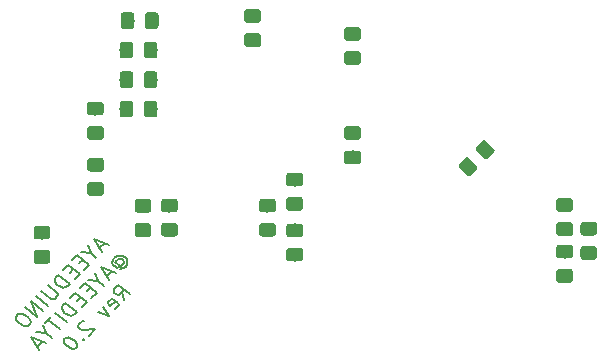
<source format=gbr>
%TF.GenerationSoftware,KiCad,Pcbnew,(5.1.2-1)-1*%
%TF.CreationDate,2020-03-21T02:44:08+05:30*%
%TF.ProjectId,Uno rev2.0,556e6f20-7265-4763-922e-302e6b696361,rev?*%
%TF.SameCoordinates,Original*%
%TF.FileFunction,Paste,Bot*%
%TF.FilePolarity,Positive*%
%FSLAX46Y46*%
G04 Gerber Fmt 4.6, Leading zero omitted, Abs format (unit mm)*
G04 Created by KiCad (PCBNEW (5.1.2-1)-1) date 2020-03-21 02:44:08*
%MOMM*%
%LPD*%
G04 APERTURE LIST*
%ADD10C,0.203200*%
%ADD11C,0.100000*%
%ADD12C,1.150000*%
G04 APERTURE END LIST*
D10*
X22506589Y-39653306D02*
X22078957Y-40080938D01*
X22880766Y-39792286D02*
X21571145Y-39305856D01*
X22282082Y-40390970D01*
X21330603Y-40487187D02*
X21811688Y-40861365D01*
X21100751Y-39776250D02*
X21330603Y-40487187D01*
X20502067Y-40374934D01*
X20683810Y-41048453D02*
X20384469Y-41347795D01*
X20785373Y-41887680D02*
X21213004Y-41460048D01*
X20202725Y-40674276D01*
X19775094Y-41101907D01*
X19871311Y-41860953D02*
X19571969Y-42160294D01*
X19972873Y-42700179D02*
X20400505Y-42272548D01*
X19390226Y-41486775D01*
X18962595Y-41914406D01*
X19588005Y-43085047D02*
X18577727Y-42299275D01*
X18363911Y-42513090D01*
X18283730Y-42678797D01*
X18294421Y-42839159D01*
X18347875Y-42956758D01*
X18497546Y-43149192D01*
X18641871Y-43261445D01*
X18877068Y-43368353D01*
X19016049Y-43400425D01*
X19197792Y-43389734D01*
X19374190Y-43298863D01*
X19588005Y-43085047D01*
X17679701Y-43197300D02*
X18497546Y-43833402D01*
X18551000Y-43951000D01*
X18556345Y-44031181D01*
X18518927Y-44154125D01*
X18347875Y-44325178D01*
X18214240Y-44373286D01*
X18123368Y-44378632D01*
X17984388Y-44346559D01*
X17166543Y-43710458D01*
X17749191Y-44923861D02*
X16738912Y-44138089D01*
X17321560Y-45351493D02*
X16311281Y-44565720D01*
X16808402Y-45864650D01*
X15798123Y-45078878D01*
X15199440Y-45677561D02*
X15028387Y-45848614D01*
X14990969Y-45971558D01*
X15001660Y-46131920D01*
X15151331Y-46324354D01*
X15488091Y-46586278D01*
X15723288Y-46693186D01*
X15905031Y-46682495D01*
X16038666Y-46634386D01*
X16209719Y-46463334D01*
X16247136Y-46340390D01*
X16236445Y-46180028D01*
X16086775Y-45987594D01*
X15750015Y-45725670D01*
X15514818Y-45618762D01*
X15333074Y-45629453D01*
X15199440Y-45677561D01*
X23484154Y-41315082D02*
X23478809Y-41234901D01*
X23516226Y-41111957D01*
X23601753Y-41026431D01*
X23735387Y-40978322D01*
X23826259Y-40972977D01*
X23965239Y-41005049D01*
X24061456Y-41079885D01*
X24114910Y-41197483D01*
X24120256Y-41277664D01*
X24082838Y-41400608D01*
X23997312Y-41486134D01*
X23863677Y-41534243D01*
X23772805Y-41539588D01*
X23387937Y-41240246D02*
X23772805Y-41539588D01*
X23778151Y-41619769D01*
X23735387Y-41662532D01*
X23601753Y-41710641D01*
X23462773Y-41678568D01*
X23222230Y-41491480D01*
X23163431Y-41293700D01*
X23195503Y-41090575D01*
X23318447Y-40882105D01*
X23537608Y-40748470D01*
X23762114Y-40695016D01*
X23991966Y-40721743D01*
X24227163Y-40828651D01*
X24376834Y-41021085D01*
X24435634Y-41218865D01*
X24403561Y-41421990D01*
X24280617Y-41630460D01*
X24061456Y-41764095D01*
X23836950Y-41817549D01*
X23120668Y-42020673D02*
X22693036Y-42448305D01*
X23494845Y-42159654D02*
X22185224Y-41673223D01*
X22896161Y-42758337D01*
X21944682Y-42854554D02*
X22425767Y-43228732D01*
X21714830Y-42143617D02*
X21944682Y-42854554D01*
X21116146Y-42742301D01*
X21297889Y-43415820D02*
X20998547Y-43715162D01*
X21399452Y-44255047D02*
X21827083Y-43827415D01*
X20816804Y-43041643D01*
X20389173Y-43469274D01*
X20485390Y-44228320D02*
X20186048Y-44527662D01*
X20586952Y-45067546D02*
X21014584Y-44639915D01*
X20004305Y-43854142D01*
X19576674Y-44281774D01*
X20202084Y-45452414D02*
X19191805Y-44666642D01*
X18977990Y-44880457D01*
X18897809Y-45046164D01*
X18908500Y-45206526D01*
X18961954Y-45324125D01*
X19111625Y-45516559D01*
X19255950Y-45628812D01*
X19491147Y-45735720D01*
X19630127Y-45767792D01*
X19811871Y-45757101D01*
X19988269Y-45666230D01*
X20202084Y-45452414D01*
X19304059Y-46350440D02*
X18293780Y-45564667D01*
X17994438Y-45864009D02*
X17481280Y-46377167D01*
X18748138Y-46906360D02*
X17737859Y-46120588D01*
X17540080Y-47259156D02*
X18021165Y-47633333D01*
X17310228Y-46548219D02*
X17540080Y-47259156D01*
X16711544Y-47146903D01*
X17176593Y-47964748D02*
X16748962Y-48392379D01*
X17550771Y-48103728D02*
X16241150Y-47617297D01*
X16952087Y-48702412D01*
X24151687Y-44484257D02*
X23969944Y-43810738D01*
X24664844Y-43971100D02*
X23654566Y-43185328D01*
X23312461Y-43527433D01*
X23275043Y-43650377D01*
X23280388Y-43730557D01*
X23333842Y-43848156D01*
X23478168Y-43960409D01*
X23617148Y-43992481D01*
X23708020Y-43987136D01*
X23841654Y-43939028D01*
X24183759Y-43596923D01*
X23376605Y-45173813D02*
X23510240Y-45125704D01*
X23681293Y-44954652D01*
X23718710Y-44831708D01*
X23665256Y-44714109D01*
X23280388Y-44414767D01*
X23141408Y-44382695D01*
X23007773Y-44430804D01*
X22836721Y-44601856D01*
X22799303Y-44724800D01*
X22852757Y-44842399D01*
X22948974Y-44917234D01*
X23472822Y-44564438D01*
X22409090Y-45029487D02*
X22868793Y-45767151D01*
X21981458Y-45457119D01*
X20757364Y-46253582D02*
X20666492Y-46258927D01*
X20532858Y-46307036D01*
X20319042Y-46520851D01*
X20281624Y-46643795D01*
X20286970Y-46723976D01*
X20340423Y-46841575D01*
X20436641Y-46916410D01*
X20623729Y-46985900D01*
X21714189Y-46921756D01*
X21158268Y-47477676D01*
X20677183Y-47787709D02*
X20682528Y-47867890D01*
X20773400Y-47862544D01*
X20768055Y-47782363D01*
X20677183Y-47787709D01*
X20773400Y-47862544D01*
X19164438Y-47675456D02*
X19078911Y-47760982D01*
X19041494Y-47883926D01*
X19046839Y-47964107D01*
X19100293Y-48081705D01*
X19249964Y-48274139D01*
X19490506Y-48461228D01*
X19725704Y-48568136D01*
X19864684Y-48600208D01*
X19955555Y-48594863D01*
X20089190Y-48546754D01*
X20174716Y-48461228D01*
X20212134Y-48338284D01*
X20206789Y-48258103D01*
X20153335Y-48140505D01*
X20003664Y-47948071D01*
X19763121Y-47760982D01*
X19527924Y-47654074D01*
X19388944Y-47622002D01*
X19298072Y-47627347D01*
X19164438Y-47675456D01*
D11*
%TO.C,R6*%
G36*
X22224505Y-32426204D02*
G01*
X22248773Y-32429804D01*
X22272572Y-32435765D01*
X22295671Y-32444030D01*
X22317850Y-32454520D01*
X22338893Y-32467132D01*
X22358599Y-32481747D01*
X22376777Y-32498223D01*
X22393253Y-32516401D01*
X22407868Y-32536107D01*
X22420480Y-32557150D01*
X22430970Y-32579329D01*
X22439235Y-32602428D01*
X22445196Y-32626227D01*
X22448796Y-32650495D01*
X22450000Y-32674999D01*
X22450000Y-33325001D01*
X22448796Y-33349505D01*
X22445196Y-33373773D01*
X22439235Y-33397572D01*
X22430970Y-33420671D01*
X22420480Y-33442850D01*
X22407868Y-33463893D01*
X22393253Y-33483599D01*
X22376777Y-33501777D01*
X22358599Y-33518253D01*
X22338893Y-33532868D01*
X22317850Y-33545480D01*
X22295671Y-33555970D01*
X22272572Y-33564235D01*
X22248773Y-33570196D01*
X22224505Y-33573796D01*
X22200001Y-33575000D01*
X21299999Y-33575000D01*
X21275495Y-33573796D01*
X21251227Y-33570196D01*
X21227428Y-33564235D01*
X21204329Y-33555970D01*
X21182150Y-33545480D01*
X21161107Y-33532868D01*
X21141401Y-33518253D01*
X21123223Y-33501777D01*
X21106747Y-33483599D01*
X21092132Y-33463893D01*
X21079520Y-33442850D01*
X21069030Y-33420671D01*
X21060765Y-33397572D01*
X21054804Y-33373773D01*
X21051204Y-33349505D01*
X21050000Y-33325001D01*
X21050000Y-32674999D01*
X21051204Y-32650495D01*
X21054804Y-32626227D01*
X21060765Y-32602428D01*
X21069030Y-32579329D01*
X21079520Y-32557150D01*
X21092132Y-32536107D01*
X21106747Y-32516401D01*
X21123223Y-32498223D01*
X21141401Y-32481747D01*
X21161107Y-32467132D01*
X21182150Y-32454520D01*
X21204329Y-32444030D01*
X21227428Y-32435765D01*
X21251227Y-32429804D01*
X21275495Y-32426204D01*
X21299999Y-32425000D01*
X22200001Y-32425000D01*
X22224505Y-32426204D01*
X22224505Y-32426204D01*
G37*
D12*
X21750000Y-33000000D03*
D11*
G36*
X22224505Y-34476204D02*
G01*
X22248773Y-34479804D01*
X22272572Y-34485765D01*
X22295671Y-34494030D01*
X22317850Y-34504520D01*
X22338893Y-34517132D01*
X22358599Y-34531747D01*
X22376777Y-34548223D01*
X22393253Y-34566401D01*
X22407868Y-34586107D01*
X22420480Y-34607150D01*
X22430970Y-34629329D01*
X22439235Y-34652428D01*
X22445196Y-34676227D01*
X22448796Y-34700495D01*
X22450000Y-34724999D01*
X22450000Y-35375001D01*
X22448796Y-35399505D01*
X22445196Y-35423773D01*
X22439235Y-35447572D01*
X22430970Y-35470671D01*
X22420480Y-35492850D01*
X22407868Y-35513893D01*
X22393253Y-35533599D01*
X22376777Y-35551777D01*
X22358599Y-35568253D01*
X22338893Y-35582868D01*
X22317850Y-35595480D01*
X22295671Y-35605970D01*
X22272572Y-35614235D01*
X22248773Y-35620196D01*
X22224505Y-35623796D01*
X22200001Y-35625000D01*
X21299999Y-35625000D01*
X21275495Y-35623796D01*
X21251227Y-35620196D01*
X21227428Y-35614235D01*
X21204329Y-35605970D01*
X21182150Y-35595480D01*
X21161107Y-35582868D01*
X21141401Y-35568253D01*
X21123223Y-35551777D01*
X21106747Y-35533599D01*
X21092132Y-35513893D01*
X21079520Y-35492850D01*
X21069030Y-35470671D01*
X21060765Y-35447572D01*
X21054804Y-35423773D01*
X21051204Y-35399505D01*
X21050000Y-35375001D01*
X21050000Y-34724999D01*
X21051204Y-34700495D01*
X21054804Y-34676227D01*
X21060765Y-34652428D01*
X21069030Y-34629329D01*
X21079520Y-34607150D01*
X21092132Y-34586107D01*
X21106747Y-34566401D01*
X21123223Y-34548223D01*
X21141401Y-34531747D01*
X21161107Y-34517132D01*
X21182150Y-34504520D01*
X21204329Y-34494030D01*
X21227428Y-34485765D01*
X21251227Y-34479804D01*
X21275495Y-34476204D01*
X21299999Y-34475000D01*
X22200001Y-34475000D01*
X22224505Y-34476204D01*
X22224505Y-34476204D01*
G37*
D12*
X21750000Y-35050000D03*
%TD*%
D11*
%TO.C,R5*%
G36*
X22199505Y-29726204D02*
G01*
X22223773Y-29729804D01*
X22247572Y-29735765D01*
X22270671Y-29744030D01*
X22292850Y-29754520D01*
X22313893Y-29767132D01*
X22333599Y-29781747D01*
X22351777Y-29798223D01*
X22368253Y-29816401D01*
X22382868Y-29836107D01*
X22395480Y-29857150D01*
X22405970Y-29879329D01*
X22414235Y-29902428D01*
X22420196Y-29926227D01*
X22423796Y-29950495D01*
X22425000Y-29974999D01*
X22425000Y-30625001D01*
X22423796Y-30649505D01*
X22420196Y-30673773D01*
X22414235Y-30697572D01*
X22405970Y-30720671D01*
X22395480Y-30742850D01*
X22382868Y-30763893D01*
X22368253Y-30783599D01*
X22351777Y-30801777D01*
X22333599Y-30818253D01*
X22313893Y-30832868D01*
X22292850Y-30845480D01*
X22270671Y-30855970D01*
X22247572Y-30864235D01*
X22223773Y-30870196D01*
X22199505Y-30873796D01*
X22175001Y-30875000D01*
X21274999Y-30875000D01*
X21250495Y-30873796D01*
X21226227Y-30870196D01*
X21202428Y-30864235D01*
X21179329Y-30855970D01*
X21157150Y-30845480D01*
X21136107Y-30832868D01*
X21116401Y-30818253D01*
X21098223Y-30801777D01*
X21081747Y-30783599D01*
X21067132Y-30763893D01*
X21054520Y-30742850D01*
X21044030Y-30720671D01*
X21035765Y-30697572D01*
X21029804Y-30673773D01*
X21026204Y-30649505D01*
X21025000Y-30625001D01*
X21025000Y-29974999D01*
X21026204Y-29950495D01*
X21029804Y-29926227D01*
X21035765Y-29902428D01*
X21044030Y-29879329D01*
X21054520Y-29857150D01*
X21067132Y-29836107D01*
X21081747Y-29816401D01*
X21098223Y-29798223D01*
X21116401Y-29781747D01*
X21136107Y-29767132D01*
X21157150Y-29754520D01*
X21179329Y-29744030D01*
X21202428Y-29735765D01*
X21226227Y-29729804D01*
X21250495Y-29726204D01*
X21274999Y-29725000D01*
X22175001Y-29725000D01*
X22199505Y-29726204D01*
X22199505Y-29726204D01*
G37*
D12*
X21725000Y-30300000D03*
D11*
G36*
X22199505Y-27676204D02*
G01*
X22223773Y-27679804D01*
X22247572Y-27685765D01*
X22270671Y-27694030D01*
X22292850Y-27704520D01*
X22313893Y-27717132D01*
X22333599Y-27731747D01*
X22351777Y-27748223D01*
X22368253Y-27766401D01*
X22382868Y-27786107D01*
X22395480Y-27807150D01*
X22405970Y-27829329D01*
X22414235Y-27852428D01*
X22420196Y-27876227D01*
X22423796Y-27900495D01*
X22425000Y-27924999D01*
X22425000Y-28575001D01*
X22423796Y-28599505D01*
X22420196Y-28623773D01*
X22414235Y-28647572D01*
X22405970Y-28670671D01*
X22395480Y-28692850D01*
X22382868Y-28713893D01*
X22368253Y-28733599D01*
X22351777Y-28751777D01*
X22333599Y-28768253D01*
X22313893Y-28782868D01*
X22292850Y-28795480D01*
X22270671Y-28805970D01*
X22247572Y-28814235D01*
X22223773Y-28820196D01*
X22199505Y-28823796D01*
X22175001Y-28825000D01*
X21274999Y-28825000D01*
X21250495Y-28823796D01*
X21226227Y-28820196D01*
X21202428Y-28814235D01*
X21179329Y-28805970D01*
X21157150Y-28795480D01*
X21136107Y-28782868D01*
X21116401Y-28768253D01*
X21098223Y-28751777D01*
X21081747Y-28733599D01*
X21067132Y-28713893D01*
X21054520Y-28692850D01*
X21044030Y-28670671D01*
X21035765Y-28647572D01*
X21029804Y-28623773D01*
X21026204Y-28599505D01*
X21025000Y-28575001D01*
X21025000Y-27924999D01*
X21026204Y-27900495D01*
X21029804Y-27876227D01*
X21035765Y-27852428D01*
X21044030Y-27829329D01*
X21054520Y-27807150D01*
X21067132Y-27786107D01*
X21081747Y-27766401D01*
X21098223Y-27748223D01*
X21116401Y-27731747D01*
X21136107Y-27717132D01*
X21157150Y-27704520D01*
X21179329Y-27694030D01*
X21202428Y-27685765D01*
X21226227Y-27679804D01*
X21250495Y-27676204D01*
X21274999Y-27675000D01*
X22175001Y-27675000D01*
X22199505Y-27676204D01*
X22199505Y-27676204D01*
G37*
D12*
X21725000Y-28250000D03*
%TD*%
D11*
%TO.C,C14*%
G36*
X17674505Y-38176204D02*
G01*
X17698773Y-38179804D01*
X17722572Y-38185765D01*
X17745671Y-38194030D01*
X17767850Y-38204520D01*
X17788893Y-38217132D01*
X17808599Y-38231747D01*
X17826777Y-38248223D01*
X17843253Y-38266401D01*
X17857868Y-38286107D01*
X17870480Y-38307150D01*
X17880970Y-38329329D01*
X17889235Y-38352428D01*
X17895196Y-38376227D01*
X17898796Y-38400495D01*
X17900000Y-38424999D01*
X17900000Y-39075001D01*
X17898796Y-39099505D01*
X17895196Y-39123773D01*
X17889235Y-39147572D01*
X17880970Y-39170671D01*
X17870480Y-39192850D01*
X17857868Y-39213893D01*
X17843253Y-39233599D01*
X17826777Y-39251777D01*
X17808599Y-39268253D01*
X17788893Y-39282868D01*
X17767850Y-39295480D01*
X17745671Y-39305970D01*
X17722572Y-39314235D01*
X17698773Y-39320196D01*
X17674505Y-39323796D01*
X17650001Y-39325000D01*
X16749999Y-39325000D01*
X16725495Y-39323796D01*
X16701227Y-39320196D01*
X16677428Y-39314235D01*
X16654329Y-39305970D01*
X16632150Y-39295480D01*
X16611107Y-39282868D01*
X16591401Y-39268253D01*
X16573223Y-39251777D01*
X16556747Y-39233599D01*
X16542132Y-39213893D01*
X16529520Y-39192850D01*
X16519030Y-39170671D01*
X16510765Y-39147572D01*
X16504804Y-39123773D01*
X16501204Y-39099505D01*
X16500000Y-39075001D01*
X16500000Y-38424999D01*
X16501204Y-38400495D01*
X16504804Y-38376227D01*
X16510765Y-38352428D01*
X16519030Y-38329329D01*
X16529520Y-38307150D01*
X16542132Y-38286107D01*
X16556747Y-38266401D01*
X16573223Y-38248223D01*
X16591401Y-38231747D01*
X16611107Y-38217132D01*
X16632150Y-38204520D01*
X16654329Y-38194030D01*
X16677428Y-38185765D01*
X16701227Y-38179804D01*
X16725495Y-38176204D01*
X16749999Y-38175000D01*
X17650001Y-38175000D01*
X17674505Y-38176204D01*
X17674505Y-38176204D01*
G37*
D12*
X17200000Y-38750000D03*
D11*
G36*
X17674505Y-40226204D02*
G01*
X17698773Y-40229804D01*
X17722572Y-40235765D01*
X17745671Y-40244030D01*
X17767850Y-40254520D01*
X17788893Y-40267132D01*
X17808599Y-40281747D01*
X17826777Y-40298223D01*
X17843253Y-40316401D01*
X17857868Y-40336107D01*
X17870480Y-40357150D01*
X17880970Y-40379329D01*
X17889235Y-40402428D01*
X17895196Y-40426227D01*
X17898796Y-40450495D01*
X17900000Y-40474999D01*
X17900000Y-41125001D01*
X17898796Y-41149505D01*
X17895196Y-41173773D01*
X17889235Y-41197572D01*
X17880970Y-41220671D01*
X17870480Y-41242850D01*
X17857868Y-41263893D01*
X17843253Y-41283599D01*
X17826777Y-41301777D01*
X17808599Y-41318253D01*
X17788893Y-41332868D01*
X17767850Y-41345480D01*
X17745671Y-41355970D01*
X17722572Y-41364235D01*
X17698773Y-41370196D01*
X17674505Y-41373796D01*
X17650001Y-41375000D01*
X16749999Y-41375000D01*
X16725495Y-41373796D01*
X16701227Y-41370196D01*
X16677428Y-41364235D01*
X16654329Y-41355970D01*
X16632150Y-41345480D01*
X16611107Y-41332868D01*
X16591401Y-41318253D01*
X16573223Y-41301777D01*
X16556747Y-41283599D01*
X16542132Y-41263893D01*
X16529520Y-41242850D01*
X16519030Y-41220671D01*
X16510765Y-41197572D01*
X16504804Y-41173773D01*
X16501204Y-41149505D01*
X16500000Y-41125001D01*
X16500000Y-40474999D01*
X16501204Y-40450495D01*
X16504804Y-40426227D01*
X16510765Y-40402428D01*
X16519030Y-40379329D01*
X16529520Y-40357150D01*
X16542132Y-40336107D01*
X16556747Y-40316401D01*
X16573223Y-40298223D01*
X16591401Y-40281747D01*
X16611107Y-40267132D01*
X16632150Y-40254520D01*
X16654329Y-40244030D01*
X16677428Y-40235765D01*
X16701227Y-40229804D01*
X16725495Y-40226204D01*
X16749999Y-40225000D01*
X17650001Y-40225000D01*
X17674505Y-40226204D01*
X17674505Y-40226204D01*
G37*
D12*
X17200000Y-40800000D03*
%TD*%
D11*
%TO.C,C3*%
G36*
X36774505Y-35876204D02*
G01*
X36798773Y-35879804D01*
X36822572Y-35885765D01*
X36845671Y-35894030D01*
X36867850Y-35904520D01*
X36888893Y-35917132D01*
X36908599Y-35931747D01*
X36926777Y-35948223D01*
X36943253Y-35966401D01*
X36957868Y-35986107D01*
X36970480Y-36007150D01*
X36980970Y-36029329D01*
X36989235Y-36052428D01*
X36995196Y-36076227D01*
X36998796Y-36100495D01*
X37000000Y-36124999D01*
X37000000Y-36775001D01*
X36998796Y-36799505D01*
X36995196Y-36823773D01*
X36989235Y-36847572D01*
X36980970Y-36870671D01*
X36970480Y-36892850D01*
X36957868Y-36913893D01*
X36943253Y-36933599D01*
X36926777Y-36951777D01*
X36908599Y-36968253D01*
X36888893Y-36982868D01*
X36867850Y-36995480D01*
X36845671Y-37005970D01*
X36822572Y-37014235D01*
X36798773Y-37020196D01*
X36774505Y-37023796D01*
X36750001Y-37025000D01*
X35849999Y-37025000D01*
X35825495Y-37023796D01*
X35801227Y-37020196D01*
X35777428Y-37014235D01*
X35754329Y-37005970D01*
X35732150Y-36995480D01*
X35711107Y-36982868D01*
X35691401Y-36968253D01*
X35673223Y-36951777D01*
X35656747Y-36933599D01*
X35642132Y-36913893D01*
X35629520Y-36892850D01*
X35619030Y-36870671D01*
X35610765Y-36847572D01*
X35604804Y-36823773D01*
X35601204Y-36799505D01*
X35600000Y-36775001D01*
X35600000Y-36124999D01*
X35601204Y-36100495D01*
X35604804Y-36076227D01*
X35610765Y-36052428D01*
X35619030Y-36029329D01*
X35629520Y-36007150D01*
X35642132Y-35986107D01*
X35656747Y-35966401D01*
X35673223Y-35948223D01*
X35691401Y-35931747D01*
X35711107Y-35917132D01*
X35732150Y-35904520D01*
X35754329Y-35894030D01*
X35777428Y-35885765D01*
X35801227Y-35879804D01*
X35825495Y-35876204D01*
X35849999Y-35875000D01*
X36750001Y-35875000D01*
X36774505Y-35876204D01*
X36774505Y-35876204D01*
G37*
D12*
X36300000Y-36450000D03*
D11*
G36*
X36774505Y-37926204D02*
G01*
X36798773Y-37929804D01*
X36822572Y-37935765D01*
X36845671Y-37944030D01*
X36867850Y-37954520D01*
X36888893Y-37967132D01*
X36908599Y-37981747D01*
X36926777Y-37998223D01*
X36943253Y-38016401D01*
X36957868Y-38036107D01*
X36970480Y-38057150D01*
X36980970Y-38079329D01*
X36989235Y-38102428D01*
X36995196Y-38126227D01*
X36998796Y-38150495D01*
X37000000Y-38174999D01*
X37000000Y-38825001D01*
X36998796Y-38849505D01*
X36995196Y-38873773D01*
X36989235Y-38897572D01*
X36980970Y-38920671D01*
X36970480Y-38942850D01*
X36957868Y-38963893D01*
X36943253Y-38983599D01*
X36926777Y-39001777D01*
X36908599Y-39018253D01*
X36888893Y-39032868D01*
X36867850Y-39045480D01*
X36845671Y-39055970D01*
X36822572Y-39064235D01*
X36798773Y-39070196D01*
X36774505Y-39073796D01*
X36750001Y-39075000D01*
X35849999Y-39075000D01*
X35825495Y-39073796D01*
X35801227Y-39070196D01*
X35777428Y-39064235D01*
X35754329Y-39055970D01*
X35732150Y-39045480D01*
X35711107Y-39032868D01*
X35691401Y-39018253D01*
X35673223Y-39001777D01*
X35656747Y-38983599D01*
X35642132Y-38963893D01*
X35629520Y-38942850D01*
X35619030Y-38920671D01*
X35610765Y-38897572D01*
X35604804Y-38873773D01*
X35601204Y-38849505D01*
X35600000Y-38825001D01*
X35600000Y-38174999D01*
X35601204Y-38150495D01*
X35604804Y-38126227D01*
X35610765Y-38102428D01*
X35619030Y-38079329D01*
X35629520Y-38057150D01*
X35642132Y-38036107D01*
X35656747Y-38016401D01*
X35673223Y-37998223D01*
X35691401Y-37981747D01*
X35711107Y-37967132D01*
X35732150Y-37954520D01*
X35754329Y-37944030D01*
X35777428Y-37935765D01*
X35801227Y-37929804D01*
X35825495Y-37926204D01*
X35849999Y-37925000D01*
X36750001Y-37925000D01*
X36774505Y-37926204D01*
X36774505Y-37926204D01*
G37*
D12*
X36300000Y-38500000D03*
%TD*%
D11*
%TO.C,R2*%
G36*
X26757505Y-27587204D02*
G01*
X26781773Y-27590804D01*
X26805572Y-27596765D01*
X26828671Y-27605030D01*
X26850850Y-27615520D01*
X26871893Y-27628132D01*
X26891599Y-27642747D01*
X26909777Y-27659223D01*
X26926253Y-27677401D01*
X26940868Y-27697107D01*
X26953480Y-27718150D01*
X26963970Y-27740329D01*
X26972235Y-27763428D01*
X26978196Y-27787227D01*
X26981796Y-27811495D01*
X26983000Y-27835999D01*
X26983000Y-28736001D01*
X26981796Y-28760505D01*
X26978196Y-28784773D01*
X26972235Y-28808572D01*
X26963970Y-28831671D01*
X26953480Y-28853850D01*
X26940868Y-28874893D01*
X26926253Y-28894599D01*
X26909777Y-28912777D01*
X26891599Y-28929253D01*
X26871893Y-28943868D01*
X26850850Y-28956480D01*
X26828671Y-28966970D01*
X26805572Y-28975235D01*
X26781773Y-28981196D01*
X26757505Y-28984796D01*
X26733001Y-28986000D01*
X26082999Y-28986000D01*
X26058495Y-28984796D01*
X26034227Y-28981196D01*
X26010428Y-28975235D01*
X25987329Y-28966970D01*
X25965150Y-28956480D01*
X25944107Y-28943868D01*
X25924401Y-28929253D01*
X25906223Y-28912777D01*
X25889747Y-28894599D01*
X25875132Y-28874893D01*
X25862520Y-28853850D01*
X25852030Y-28831671D01*
X25843765Y-28808572D01*
X25837804Y-28784773D01*
X25834204Y-28760505D01*
X25833000Y-28736001D01*
X25833000Y-27835999D01*
X25834204Y-27811495D01*
X25837804Y-27787227D01*
X25843765Y-27763428D01*
X25852030Y-27740329D01*
X25862520Y-27718150D01*
X25875132Y-27697107D01*
X25889747Y-27677401D01*
X25906223Y-27659223D01*
X25924401Y-27642747D01*
X25944107Y-27628132D01*
X25965150Y-27615520D01*
X25987329Y-27605030D01*
X26010428Y-27596765D01*
X26034227Y-27590804D01*
X26058495Y-27587204D01*
X26082999Y-27586000D01*
X26733001Y-27586000D01*
X26757505Y-27587204D01*
X26757505Y-27587204D01*
G37*
D12*
X26408000Y-28286000D03*
D11*
G36*
X24707505Y-27587204D02*
G01*
X24731773Y-27590804D01*
X24755572Y-27596765D01*
X24778671Y-27605030D01*
X24800850Y-27615520D01*
X24821893Y-27628132D01*
X24841599Y-27642747D01*
X24859777Y-27659223D01*
X24876253Y-27677401D01*
X24890868Y-27697107D01*
X24903480Y-27718150D01*
X24913970Y-27740329D01*
X24922235Y-27763428D01*
X24928196Y-27787227D01*
X24931796Y-27811495D01*
X24933000Y-27835999D01*
X24933000Y-28736001D01*
X24931796Y-28760505D01*
X24928196Y-28784773D01*
X24922235Y-28808572D01*
X24913970Y-28831671D01*
X24903480Y-28853850D01*
X24890868Y-28874893D01*
X24876253Y-28894599D01*
X24859777Y-28912777D01*
X24841599Y-28929253D01*
X24821893Y-28943868D01*
X24800850Y-28956480D01*
X24778671Y-28966970D01*
X24755572Y-28975235D01*
X24731773Y-28981196D01*
X24707505Y-28984796D01*
X24683001Y-28986000D01*
X24032999Y-28986000D01*
X24008495Y-28984796D01*
X23984227Y-28981196D01*
X23960428Y-28975235D01*
X23937329Y-28966970D01*
X23915150Y-28956480D01*
X23894107Y-28943868D01*
X23874401Y-28929253D01*
X23856223Y-28912777D01*
X23839747Y-28894599D01*
X23825132Y-28874893D01*
X23812520Y-28853850D01*
X23802030Y-28831671D01*
X23793765Y-28808572D01*
X23787804Y-28784773D01*
X23784204Y-28760505D01*
X23783000Y-28736001D01*
X23783000Y-27835999D01*
X23784204Y-27811495D01*
X23787804Y-27787227D01*
X23793765Y-27763428D01*
X23802030Y-27740329D01*
X23812520Y-27718150D01*
X23825132Y-27697107D01*
X23839747Y-27677401D01*
X23856223Y-27659223D01*
X23874401Y-27642747D01*
X23894107Y-27628132D01*
X23915150Y-27615520D01*
X23937329Y-27605030D01*
X23960428Y-27596765D01*
X23984227Y-27590804D01*
X24008495Y-27587204D01*
X24032999Y-27586000D01*
X24683001Y-27586000D01*
X24707505Y-27587204D01*
X24707505Y-27587204D01*
G37*
D12*
X24358000Y-28286000D03*
%TD*%
D11*
%TO.C,R3*%
G36*
X26757505Y-25091204D02*
G01*
X26781773Y-25094804D01*
X26805572Y-25100765D01*
X26828671Y-25109030D01*
X26850850Y-25119520D01*
X26871893Y-25132132D01*
X26891599Y-25146747D01*
X26909777Y-25163223D01*
X26926253Y-25181401D01*
X26940868Y-25201107D01*
X26953480Y-25222150D01*
X26963970Y-25244329D01*
X26972235Y-25267428D01*
X26978196Y-25291227D01*
X26981796Y-25315495D01*
X26983000Y-25339999D01*
X26983000Y-26240001D01*
X26981796Y-26264505D01*
X26978196Y-26288773D01*
X26972235Y-26312572D01*
X26963970Y-26335671D01*
X26953480Y-26357850D01*
X26940868Y-26378893D01*
X26926253Y-26398599D01*
X26909777Y-26416777D01*
X26891599Y-26433253D01*
X26871893Y-26447868D01*
X26850850Y-26460480D01*
X26828671Y-26470970D01*
X26805572Y-26479235D01*
X26781773Y-26485196D01*
X26757505Y-26488796D01*
X26733001Y-26490000D01*
X26082999Y-26490000D01*
X26058495Y-26488796D01*
X26034227Y-26485196D01*
X26010428Y-26479235D01*
X25987329Y-26470970D01*
X25965150Y-26460480D01*
X25944107Y-26447868D01*
X25924401Y-26433253D01*
X25906223Y-26416777D01*
X25889747Y-26398599D01*
X25875132Y-26378893D01*
X25862520Y-26357850D01*
X25852030Y-26335671D01*
X25843765Y-26312572D01*
X25837804Y-26288773D01*
X25834204Y-26264505D01*
X25833000Y-26240001D01*
X25833000Y-25339999D01*
X25834204Y-25315495D01*
X25837804Y-25291227D01*
X25843765Y-25267428D01*
X25852030Y-25244329D01*
X25862520Y-25222150D01*
X25875132Y-25201107D01*
X25889747Y-25181401D01*
X25906223Y-25163223D01*
X25924401Y-25146747D01*
X25944107Y-25132132D01*
X25965150Y-25119520D01*
X25987329Y-25109030D01*
X26010428Y-25100765D01*
X26034227Y-25094804D01*
X26058495Y-25091204D01*
X26082999Y-25090000D01*
X26733001Y-25090000D01*
X26757505Y-25091204D01*
X26757505Y-25091204D01*
G37*
D12*
X26408000Y-25790000D03*
D11*
G36*
X24707505Y-25091204D02*
G01*
X24731773Y-25094804D01*
X24755572Y-25100765D01*
X24778671Y-25109030D01*
X24800850Y-25119520D01*
X24821893Y-25132132D01*
X24841599Y-25146747D01*
X24859777Y-25163223D01*
X24876253Y-25181401D01*
X24890868Y-25201107D01*
X24903480Y-25222150D01*
X24913970Y-25244329D01*
X24922235Y-25267428D01*
X24928196Y-25291227D01*
X24931796Y-25315495D01*
X24933000Y-25339999D01*
X24933000Y-26240001D01*
X24931796Y-26264505D01*
X24928196Y-26288773D01*
X24922235Y-26312572D01*
X24913970Y-26335671D01*
X24903480Y-26357850D01*
X24890868Y-26378893D01*
X24876253Y-26398599D01*
X24859777Y-26416777D01*
X24841599Y-26433253D01*
X24821893Y-26447868D01*
X24800850Y-26460480D01*
X24778671Y-26470970D01*
X24755572Y-26479235D01*
X24731773Y-26485196D01*
X24707505Y-26488796D01*
X24683001Y-26490000D01*
X24032999Y-26490000D01*
X24008495Y-26488796D01*
X23984227Y-26485196D01*
X23960428Y-26479235D01*
X23937329Y-26470970D01*
X23915150Y-26460480D01*
X23894107Y-26447868D01*
X23874401Y-26433253D01*
X23856223Y-26416777D01*
X23839747Y-26398599D01*
X23825132Y-26378893D01*
X23812520Y-26357850D01*
X23802030Y-26335671D01*
X23793765Y-26312572D01*
X23787804Y-26288773D01*
X23784204Y-26264505D01*
X23783000Y-26240001D01*
X23783000Y-25339999D01*
X23784204Y-25315495D01*
X23787804Y-25291227D01*
X23793765Y-25267428D01*
X23802030Y-25244329D01*
X23812520Y-25222150D01*
X23825132Y-25201107D01*
X23839747Y-25181401D01*
X23856223Y-25163223D01*
X23874401Y-25146747D01*
X23894107Y-25132132D01*
X23915150Y-25119520D01*
X23937329Y-25109030D01*
X23960428Y-25100765D01*
X23984227Y-25094804D01*
X24008495Y-25091204D01*
X24032999Y-25090000D01*
X24683001Y-25090000D01*
X24707505Y-25091204D01*
X24707505Y-25091204D01*
G37*
D12*
X24358000Y-25790000D03*
%TD*%
D11*
%TO.C,R4*%
G36*
X63974505Y-39891204D02*
G01*
X63998773Y-39894804D01*
X64022572Y-39900765D01*
X64045671Y-39909030D01*
X64067850Y-39919520D01*
X64088893Y-39932132D01*
X64108599Y-39946747D01*
X64126777Y-39963223D01*
X64143253Y-39981401D01*
X64157868Y-40001107D01*
X64170480Y-40022150D01*
X64180970Y-40044329D01*
X64189235Y-40067428D01*
X64195196Y-40091227D01*
X64198796Y-40115495D01*
X64200000Y-40139999D01*
X64200000Y-40790001D01*
X64198796Y-40814505D01*
X64195196Y-40838773D01*
X64189235Y-40862572D01*
X64180970Y-40885671D01*
X64170480Y-40907850D01*
X64157868Y-40928893D01*
X64143253Y-40948599D01*
X64126777Y-40966777D01*
X64108599Y-40983253D01*
X64088893Y-40997868D01*
X64067850Y-41010480D01*
X64045671Y-41020970D01*
X64022572Y-41029235D01*
X63998773Y-41035196D01*
X63974505Y-41038796D01*
X63950001Y-41040000D01*
X63049999Y-41040000D01*
X63025495Y-41038796D01*
X63001227Y-41035196D01*
X62977428Y-41029235D01*
X62954329Y-41020970D01*
X62932150Y-41010480D01*
X62911107Y-40997868D01*
X62891401Y-40983253D01*
X62873223Y-40966777D01*
X62856747Y-40948599D01*
X62842132Y-40928893D01*
X62829520Y-40907850D01*
X62819030Y-40885671D01*
X62810765Y-40862572D01*
X62804804Y-40838773D01*
X62801204Y-40814505D01*
X62800000Y-40790001D01*
X62800000Y-40139999D01*
X62801204Y-40115495D01*
X62804804Y-40091227D01*
X62810765Y-40067428D01*
X62819030Y-40044329D01*
X62829520Y-40022150D01*
X62842132Y-40001107D01*
X62856747Y-39981401D01*
X62873223Y-39963223D01*
X62891401Y-39946747D01*
X62911107Y-39932132D01*
X62932150Y-39919520D01*
X62954329Y-39909030D01*
X62977428Y-39900765D01*
X63001227Y-39894804D01*
X63025495Y-39891204D01*
X63049999Y-39890000D01*
X63950001Y-39890000D01*
X63974505Y-39891204D01*
X63974505Y-39891204D01*
G37*
D12*
X63500000Y-40465000D03*
D11*
G36*
X63974505Y-37841204D02*
G01*
X63998773Y-37844804D01*
X64022572Y-37850765D01*
X64045671Y-37859030D01*
X64067850Y-37869520D01*
X64088893Y-37882132D01*
X64108599Y-37896747D01*
X64126777Y-37913223D01*
X64143253Y-37931401D01*
X64157868Y-37951107D01*
X64170480Y-37972150D01*
X64180970Y-37994329D01*
X64189235Y-38017428D01*
X64195196Y-38041227D01*
X64198796Y-38065495D01*
X64200000Y-38089999D01*
X64200000Y-38740001D01*
X64198796Y-38764505D01*
X64195196Y-38788773D01*
X64189235Y-38812572D01*
X64180970Y-38835671D01*
X64170480Y-38857850D01*
X64157868Y-38878893D01*
X64143253Y-38898599D01*
X64126777Y-38916777D01*
X64108599Y-38933253D01*
X64088893Y-38947868D01*
X64067850Y-38960480D01*
X64045671Y-38970970D01*
X64022572Y-38979235D01*
X63998773Y-38985196D01*
X63974505Y-38988796D01*
X63950001Y-38990000D01*
X63049999Y-38990000D01*
X63025495Y-38988796D01*
X63001227Y-38985196D01*
X62977428Y-38979235D01*
X62954329Y-38970970D01*
X62932150Y-38960480D01*
X62911107Y-38947868D01*
X62891401Y-38933253D01*
X62873223Y-38916777D01*
X62856747Y-38898599D01*
X62842132Y-38878893D01*
X62829520Y-38857850D01*
X62819030Y-38835671D01*
X62810765Y-38812572D01*
X62804804Y-38788773D01*
X62801204Y-38764505D01*
X62800000Y-38740001D01*
X62800000Y-38089999D01*
X62801204Y-38065495D01*
X62804804Y-38041227D01*
X62810765Y-38017428D01*
X62819030Y-37994329D01*
X62829520Y-37972150D01*
X62842132Y-37951107D01*
X62856747Y-37931401D01*
X62873223Y-37913223D01*
X62891401Y-37896747D01*
X62911107Y-37882132D01*
X62932150Y-37869520D01*
X62954329Y-37859030D01*
X62977428Y-37850765D01*
X63001227Y-37844804D01*
X63025495Y-37841204D01*
X63049999Y-37840000D01*
X63950001Y-37840000D01*
X63974505Y-37841204D01*
X63974505Y-37841204D01*
G37*
D12*
X63500000Y-38415000D03*
%TD*%
D11*
%TO.C,R8*%
G36*
X24707505Y-22591204D02*
G01*
X24731773Y-22594804D01*
X24755572Y-22600765D01*
X24778671Y-22609030D01*
X24800850Y-22619520D01*
X24821893Y-22632132D01*
X24841599Y-22646747D01*
X24859777Y-22663223D01*
X24876253Y-22681401D01*
X24890868Y-22701107D01*
X24903480Y-22722150D01*
X24913970Y-22744329D01*
X24922235Y-22767428D01*
X24928196Y-22791227D01*
X24931796Y-22815495D01*
X24933000Y-22839999D01*
X24933000Y-23740001D01*
X24931796Y-23764505D01*
X24928196Y-23788773D01*
X24922235Y-23812572D01*
X24913970Y-23835671D01*
X24903480Y-23857850D01*
X24890868Y-23878893D01*
X24876253Y-23898599D01*
X24859777Y-23916777D01*
X24841599Y-23933253D01*
X24821893Y-23947868D01*
X24800850Y-23960480D01*
X24778671Y-23970970D01*
X24755572Y-23979235D01*
X24731773Y-23985196D01*
X24707505Y-23988796D01*
X24683001Y-23990000D01*
X24032999Y-23990000D01*
X24008495Y-23988796D01*
X23984227Y-23985196D01*
X23960428Y-23979235D01*
X23937329Y-23970970D01*
X23915150Y-23960480D01*
X23894107Y-23947868D01*
X23874401Y-23933253D01*
X23856223Y-23916777D01*
X23839747Y-23898599D01*
X23825132Y-23878893D01*
X23812520Y-23857850D01*
X23802030Y-23835671D01*
X23793765Y-23812572D01*
X23787804Y-23788773D01*
X23784204Y-23764505D01*
X23783000Y-23740001D01*
X23783000Y-22839999D01*
X23784204Y-22815495D01*
X23787804Y-22791227D01*
X23793765Y-22767428D01*
X23802030Y-22744329D01*
X23812520Y-22722150D01*
X23825132Y-22701107D01*
X23839747Y-22681401D01*
X23856223Y-22663223D01*
X23874401Y-22646747D01*
X23894107Y-22632132D01*
X23915150Y-22619520D01*
X23937329Y-22609030D01*
X23960428Y-22600765D01*
X23984227Y-22594804D01*
X24008495Y-22591204D01*
X24032999Y-22590000D01*
X24683001Y-22590000D01*
X24707505Y-22591204D01*
X24707505Y-22591204D01*
G37*
D12*
X24358000Y-23290000D03*
D11*
G36*
X26757505Y-22591204D02*
G01*
X26781773Y-22594804D01*
X26805572Y-22600765D01*
X26828671Y-22609030D01*
X26850850Y-22619520D01*
X26871893Y-22632132D01*
X26891599Y-22646747D01*
X26909777Y-22663223D01*
X26926253Y-22681401D01*
X26940868Y-22701107D01*
X26953480Y-22722150D01*
X26963970Y-22744329D01*
X26972235Y-22767428D01*
X26978196Y-22791227D01*
X26981796Y-22815495D01*
X26983000Y-22839999D01*
X26983000Y-23740001D01*
X26981796Y-23764505D01*
X26978196Y-23788773D01*
X26972235Y-23812572D01*
X26963970Y-23835671D01*
X26953480Y-23857850D01*
X26940868Y-23878893D01*
X26926253Y-23898599D01*
X26909777Y-23916777D01*
X26891599Y-23933253D01*
X26871893Y-23947868D01*
X26850850Y-23960480D01*
X26828671Y-23970970D01*
X26805572Y-23979235D01*
X26781773Y-23985196D01*
X26757505Y-23988796D01*
X26733001Y-23990000D01*
X26082999Y-23990000D01*
X26058495Y-23988796D01*
X26034227Y-23985196D01*
X26010428Y-23979235D01*
X25987329Y-23970970D01*
X25965150Y-23960480D01*
X25944107Y-23947868D01*
X25924401Y-23933253D01*
X25906223Y-23916777D01*
X25889747Y-23898599D01*
X25875132Y-23878893D01*
X25862520Y-23857850D01*
X25852030Y-23835671D01*
X25843765Y-23812572D01*
X25837804Y-23788773D01*
X25834204Y-23764505D01*
X25833000Y-23740001D01*
X25833000Y-22839999D01*
X25834204Y-22815495D01*
X25837804Y-22791227D01*
X25843765Y-22767428D01*
X25852030Y-22744329D01*
X25862520Y-22722150D01*
X25875132Y-22701107D01*
X25889747Y-22681401D01*
X25906223Y-22663223D01*
X25924401Y-22646747D01*
X25944107Y-22632132D01*
X25965150Y-22619520D01*
X25987329Y-22609030D01*
X26010428Y-22600765D01*
X26034227Y-22594804D01*
X26058495Y-22591204D01*
X26082999Y-22590000D01*
X26733001Y-22590000D01*
X26757505Y-22591204D01*
X26757505Y-22591204D01*
G37*
D12*
X26408000Y-23290000D03*
%TD*%
D11*
%TO.C,R7*%
G36*
X26849505Y-20091204D02*
G01*
X26873773Y-20094804D01*
X26897572Y-20100765D01*
X26920671Y-20109030D01*
X26942850Y-20119520D01*
X26963893Y-20132132D01*
X26983599Y-20146747D01*
X27001777Y-20163223D01*
X27018253Y-20181401D01*
X27032868Y-20201107D01*
X27045480Y-20222150D01*
X27055970Y-20244329D01*
X27064235Y-20267428D01*
X27070196Y-20291227D01*
X27073796Y-20315495D01*
X27075000Y-20339999D01*
X27075000Y-21240001D01*
X27073796Y-21264505D01*
X27070196Y-21288773D01*
X27064235Y-21312572D01*
X27055970Y-21335671D01*
X27045480Y-21357850D01*
X27032868Y-21378893D01*
X27018253Y-21398599D01*
X27001777Y-21416777D01*
X26983599Y-21433253D01*
X26963893Y-21447868D01*
X26942850Y-21460480D01*
X26920671Y-21470970D01*
X26897572Y-21479235D01*
X26873773Y-21485196D01*
X26849505Y-21488796D01*
X26825001Y-21490000D01*
X26174999Y-21490000D01*
X26150495Y-21488796D01*
X26126227Y-21485196D01*
X26102428Y-21479235D01*
X26079329Y-21470970D01*
X26057150Y-21460480D01*
X26036107Y-21447868D01*
X26016401Y-21433253D01*
X25998223Y-21416777D01*
X25981747Y-21398599D01*
X25967132Y-21378893D01*
X25954520Y-21357850D01*
X25944030Y-21335671D01*
X25935765Y-21312572D01*
X25929804Y-21288773D01*
X25926204Y-21264505D01*
X25925000Y-21240001D01*
X25925000Y-20339999D01*
X25926204Y-20315495D01*
X25929804Y-20291227D01*
X25935765Y-20267428D01*
X25944030Y-20244329D01*
X25954520Y-20222150D01*
X25967132Y-20201107D01*
X25981747Y-20181401D01*
X25998223Y-20163223D01*
X26016401Y-20146747D01*
X26036107Y-20132132D01*
X26057150Y-20119520D01*
X26079329Y-20109030D01*
X26102428Y-20100765D01*
X26126227Y-20094804D01*
X26150495Y-20091204D01*
X26174999Y-20090000D01*
X26825001Y-20090000D01*
X26849505Y-20091204D01*
X26849505Y-20091204D01*
G37*
D12*
X26500000Y-20790000D03*
D11*
G36*
X24799505Y-20091204D02*
G01*
X24823773Y-20094804D01*
X24847572Y-20100765D01*
X24870671Y-20109030D01*
X24892850Y-20119520D01*
X24913893Y-20132132D01*
X24933599Y-20146747D01*
X24951777Y-20163223D01*
X24968253Y-20181401D01*
X24982868Y-20201107D01*
X24995480Y-20222150D01*
X25005970Y-20244329D01*
X25014235Y-20267428D01*
X25020196Y-20291227D01*
X25023796Y-20315495D01*
X25025000Y-20339999D01*
X25025000Y-21240001D01*
X25023796Y-21264505D01*
X25020196Y-21288773D01*
X25014235Y-21312572D01*
X25005970Y-21335671D01*
X24995480Y-21357850D01*
X24982868Y-21378893D01*
X24968253Y-21398599D01*
X24951777Y-21416777D01*
X24933599Y-21433253D01*
X24913893Y-21447868D01*
X24892850Y-21460480D01*
X24870671Y-21470970D01*
X24847572Y-21479235D01*
X24823773Y-21485196D01*
X24799505Y-21488796D01*
X24775001Y-21490000D01*
X24124999Y-21490000D01*
X24100495Y-21488796D01*
X24076227Y-21485196D01*
X24052428Y-21479235D01*
X24029329Y-21470970D01*
X24007150Y-21460480D01*
X23986107Y-21447868D01*
X23966401Y-21433253D01*
X23948223Y-21416777D01*
X23931747Y-21398599D01*
X23917132Y-21378893D01*
X23904520Y-21357850D01*
X23894030Y-21335671D01*
X23885765Y-21312572D01*
X23879804Y-21288773D01*
X23876204Y-21264505D01*
X23875000Y-21240001D01*
X23875000Y-20339999D01*
X23876204Y-20315495D01*
X23879804Y-20291227D01*
X23885765Y-20267428D01*
X23894030Y-20244329D01*
X23904520Y-20222150D01*
X23917132Y-20201107D01*
X23931747Y-20181401D01*
X23948223Y-20163223D01*
X23966401Y-20146747D01*
X23986107Y-20132132D01*
X24007150Y-20119520D01*
X24029329Y-20109030D01*
X24052428Y-20100765D01*
X24076227Y-20094804D01*
X24100495Y-20091204D01*
X24124999Y-20090000D01*
X24775001Y-20090000D01*
X24799505Y-20091204D01*
X24799505Y-20091204D01*
G37*
D12*
X24450000Y-20790000D03*
%TD*%
D11*
%TO.C,C1*%
G36*
X26224505Y-37951204D02*
G01*
X26248773Y-37954804D01*
X26272572Y-37960765D01*
X26295671Y-37969030D01*
X26317850Y-37979520D01*
X26338893Y-37992132D01*
X26358599Y-38006747D01*
X26376777Y-38023223D01*
X26393253Y-38041401D01*
X26407868Y-38061107D01*
X26420480Y-38082150D01*
X26430970Y-38104329D01*
X26439235Y-38127428D01*
X26445196Y-38151227D01*
X26448796Y-38175495D01*
X26450000Y-38199999D01*
X26450000Y-38850001D01*
X26448796Y-38874505D01*
X26445196Y-38898773D01*
X26439235Y-38922572D01*
X26430970Y-38945671D01*
X26420480Y-38967850D01*
X26407868Y-38988893D01*
X26393253Y-39008599D01*
X26376777Y-39026777D01*
X26358599Y-39043253D01*
X26338893Y-39057868D01*
X26317850Y-39070480D01*
X26295671Y-39080970D01*
X26272572Y-39089235D01*
X26248773Y-39095196D01*
X26224505Y-39098796D01*
X26200001Y-39100000D01*
X25299999Y-39100000D01*
X25275495Y-39098796D01*
X25251227Y-39095196D01*
X25227428Y-39089235D01*
X25204329Y-39080970D01*
X25182150Y-39070480D01*
X25161107Y-39057868D01*
X25141401Y-39043253D01*
X25123223Y-39026777D01*
X25106747Y-39008599D01*
X25092132Y-38988893D01*
X25079520Y-38967850D01*
X25069030Y-38945671D01*
X25060765Y-38922572D01*
X25054804Y-38898773D01*
X25051204Y-38874505D01*
X25050000Y-38850001D01*
X25050000Y-38199999D01*
X25051204Y-38175495D01*
X25054804Y-38151227D01*
X25060765Y-38127428D01*
X25069030Y-38104329D01*
X25079520Y-38082150D01*
X25092132Y-38061107D01*
X25106747Y-38041401D01*
X25123223Y-38023223D01*
X25141401Y-38006747D01*
X25161107Y-37992132D01*
X25182150Y-37979520D01*
X25204329Y-37969030D01*
X25227428Y-37960765D01*
X25251227Y-37954804D01*
X25275495Y-37951204D01*
X25299999Y-37950000D01*
X26200001Y-37950000D01*
X26224505Y-37951204D01*
X26224505Y-37951204D01*
G37*
D12*
X25750000Y-38525000D03*
D11*
G36*
X26224505Y-35901204D02*
G01*
X26248773Y-35904804D01*
X26272572Y-35910765D01*
X26295671Y-35919030D01*
X26317850Y-35929520D01*
X26338893Y-35942132D01*
X26358599Y-35956747D01*
X26376777Y-35973223D01*
X26393253Y-35991401D01*
X26407868Y-36011107D01*
X26420480Y-36032150D01*
X26430970Y-36054329D01*
X26439235Y-36077428D01*
X26445196Y-36101227D01*
X26448796Y-36125495D01*
X26450000Y-36149999D01*
X26450000Y-36800001D01*
X26448796Y-36824505D01*
X26445196Y-36848773D01*
X26439235Y-36872572D01*
X26430970Y-36895671D01*
X26420480Y-36917850D01*
X26407868Y-36938893D01*
X26393253Y-36958599D01*
X26376777Y-36976777D01*
X26358599Y-36993253D01*
X26338893Y-37007868D01*
X26317850Y-37020480D01*
X26295671Y-37030970D01*
X26272572Y-37039235D01*
X26248773Y-37045196D01*
X26224505Y-37048796D01*
X26200001Y-37050000D01*
X25299999Y-37050000D01*
X25275495Y-37048796D01*
X25251227Y-37045196D01*
X25227428Y-37039235D01*
X25204329Y-37030970D01*
X25182150Y-37020480D01*
X25161107Y-37007868D01*
X25141401Y-36993253D01*
X25123223Y-36976777D01*
X25106747Y-36958599D01*
X25092132Y-36938893D01*
X25079520Y-36917850D01*
X25069030Y-36895671D01*
X25060765Y-36872572D01*
X25054804Y-36848773D01*
X25051204Y-36824505D01*
X25050000Y-36800001D01*
X25050000Y-36149999D01*
X25051204Y-36125495D01*
X25054804Y-36101227D01*
X25060765Y-36077428D01*
X25069030Y-36054329D01*
X25079520Y-36032150D01*
X25092132Y-36011107D01*
X25106747Y-35991401D01*
X25123223Y-35973223D01*
X25141401Y-35956747D01*
X25161107Y-35942132D01*
X25182150Y-35929520D01*
X25204329Y-35919030D01*
X25227428Y-35910765D01*
X25251227Y-35904804D01*
X25275495Y-35901204D01*
X25299999Y-35900000D01*
X26200001Y-35900000D01*
X26224505Y-35901204D01*
X26224505Y-35901204D01*
G37*
D12*
X25750000Y-36475000D03*
%TD*%
D11*
%TO.C,C2*%
G36*
X28474505Y-37926204D02*
G01*
X28498773Y-37929804D01*
X28522572Y-37935765D01*
X28545671Y-37944030D01*
X28567850Y-37954520D01*
X28588893Y-37967132D01*
X28608599Y-37981747D01*
X28626777Y-37998223D01*
X28643253Y-38016401D01*
X28657868Y-38036107D01*
X28670480Y-38057150D01*
X28680970Y-38079329D01*
X28689235Y-38102428D01*
X28695196Y-38126227D01*
X28698796Y-38150495D01*
X28700000Y-38174999D01*
X28700000Y-38825001D01*
X28698796Y-38849505D01*
X28695196Y-38873773D01*
X28689235Y-38897572D01*
X28680970Y-38920671D01*
X28670480Y-38942850D01*
X28657868Y-38963893D01*
X28643253Y-38983599D01*
X28626777Y-39001777D01*
X28608599Y-39018253D01*
X28588893Y-39032868D01*
X28567850Y-39045480D01*
X28545671Y-39055970D01*
X28522572Y-39064235D01*
X28498773Y-39070196D01*
X28474505Y-39073796D01*
X28450001Y-39075000D01*
X27549999Y-39075000D01*
X27525495Y-39073796D01*
X27501227Y-39070196D01*
X27477428Y-39064235D01*
X27454329Y-39055970D01*
X27432150Y-39045480D01*
X27411107Y-39032868D01*
X27391401Y-39018253D01*
X27373223Y-39001777D01*
X27356747Y-38983599D01*
X27342132Y-38963893D01*
X27329520Y-38942850D01*
X27319030Y-38920671D01*
X27310765Y-38897572D01*
X27304804Y-38873773D01*
X27301204Y-38849505D01*
X27300000Y-38825001D01*
X27300000Y-38174999D01*
X27301204Y-38150495D01*
X27304804Y-38126227D01*
X27310765Y-38102428D01*
X27319030Y-38079329D01*
X27329520Y-38057150D01*
X27342132Y-38036107D01*
X27356747Y-38016401D01*
X27373223Y-37998223D01*
X27391401Y-37981747D01*
X27411107Y-37967132D01*
X27432150Y-37954520D01*
X27454329Y-37944030D01*
X27477428Y-37935765D01*
X27501227Y-37929804D01*
X27525495Y-37926204D01*
X27549999Y-37925000D01*
X28450001Y-37925000D01*
X28474505Y-37926204D01*
X28474505Y-37926204D01*
G37*
D12*
X28000000Y-38500000D03*
D11*
G36*
X28474505Y-35876204D02*
G01*
X28498773Y-35879804D01*
X28522572Y-35885765D01*
X28545671Y-35894030D01*
X28567850Y-35904520D01*
X28588893Y-35917132D01*
X28608599Y-35931747D01*
X28626777Y-35948223D01*
X28643253Y-35966401D01*
X28657868Y-35986107D01*
X28670480Y-36007150D01*
X28680970Y-36029329D01*
X28689235Y-36052428D01*
X28695196Y-36076227D01*
X28698796Y-36100495D01*
X28700000Y-36124999D01*
X28700000Y-36775001D01*
X28698796Y-36799505D01*
X28695196Y-36823773D01*
X28689235Y-36847572D01*
X28680970Y-36870671D01*
X28670480Y-36892850D01*
X28657868Y-36913893D01*
X28643253Y-36933599D01*
X28626777Y-36951777D01*
X28608599Y-36968253D01*
X28588893Y-36982868D01*
X28567850Y-36995480D01*
X28545671Y-37005970D01*
X28522572Y-37014235D01*
X28498773Y-37020196D01*
X28474505Y-37023796D01*
X28450001Y-37025000D01*
X27549999Y-37025000D01*
X27525495Y-37023796D01*
X27501227Y-37020196D01*
X27477428Y-37014235D01*
X27454329Y-37005970D01*
X27432150Y-36995480D01*
X27411107Y-36982868D01*
X27391401Y-36968253D01*
X27373223Y-36951777D01*
X27356747Y-36933599D01*
X27342132Y-36913893D01*
X27329520Y-36892850D01*
X27319030Y-36870671D01*
X27310765Y-36847572D01*
X27304804Y-36823773D01*
X27301204Y-36799505D01*
X27300000Y-36775001D01*
X27300000Y-36124999D01*
X27301204Y-36100495D01*
X27304804Y-36076227D01*
X27310765Y-36052428D01*
X27319030Y-36029329D01*
X27329520Y-36007150D01*
X27342132Y-35986107D01*
X27356747Y-35966401D01*
X27373223Y-35948223D01*
X27391401Y-35931747D01*
X27411107Y-35917132D01*
X27432150Y-35904520D01*
X27454329Y-35894030D01*
X27477428Y-35885765D01*
X27501227Y-35879804D01*
X27525495Y-35876204D01*
X27549999Y-35875000D01*
X28450001Y-35875000D01*
X28474505Y-35876204D01*
X28474505Y-35876204D01*
G37*
D12*
X28000000Y-36450000D03*
%TD*%
D11*
%TO.C,C4*%
G36*
X39074505Y-37990204D02*
G01*
X39098773Y-37993804D01*
X39122572Y-37999765D01*
X39145671Y-38008030D01*
X39167850Y-38018520D01*
X39188893Y-38031132D01*
X39208599Y-38045747D01*
X39226777Y-38062223D01*
X39243253Y-38080401D01*
X39257868Y-38100107D01*
X39270480Y-38121150D01*
X39280970Y-38143329D01*
X39289235Y-38166428D01*
X39295196Y-38190227D01*
X39298796Y-38214495D01*
X39300000Y-38238999D01*
X39300000Y-38889001D01*
X39298796Y-38913505D01*
X39295196Y-38937773D01*
X39289235Y-38961572D01*
X39280970Y-38984671D01*
X39270480Y-39006850D01*
X39257868Y-39027893D01*
X39243253Y-39047599D01*
X39226777Y-39065777D01*
X39208599Y-39082253D01*
X39188893Y-39096868D01*
X39167850Y-39109480D01*
X39145671Y-39119970D01*
X39122572Y-39128235D01*
X39098773Y-39134196D01*
X39074505Y-39137796D01*
X39050001Y-39139000D01*
X38149999Y-39139000D01*
X38125495Y-39137796D01*
X38101227Y-39134196D01*
X38077428Y-39128235D01*
X38054329Y-39119970D01*
X38032150Y-39109480D01*
X38011107Y-39096868D01*
X37991401Y-39082253D01*
X37973223Y-39065777D01*
X37956747Y-39047599D01*
X37942132Y-39027893D01*
X37929520Y-39006850D01*
X37919030Y-38984671D01*
X37910765Y-38961572D01*
X37904804Y-38937773D01*
X37901204Y-38913505D01*
X37900000Y-38889001D01*
X37900000Y-38238999D01*
X37901204Y-38214495D01*
X37904804Y-38190227D01*
X37910765Y-38166428D01*
X37919030Y-38143329D01*
X37929520Y-38121150D01*
X37942132Y-38100107D01*
X37956747Y-38080401D01*
X37973223Y-38062223D01*
X37991401Y-38045747D01*
X38011107Y-38031132D01*
X38032150Y-38018520D01*
X38054329Y-38008030D01*
X38077428Y-37999765D01*
X38101227Y-37993804D01*
X38125495Y-37990204D01*
X38149999Y-37989000D01*
X39050001Y-37989000D01*
X39074505Y-37990204D01*
X39074505Y-37990204D01*
G37*
D12*
X38600000Y-38564000D03*
D11*
G36*
X39074505Y-40040204D02*
G01*
X39098773Y-40043804D01*
X39122572Y-40049765D01*
X39145671Y-40058030D01*
X39167850Y-40068520D01*
X39188893Y-40081132D01*
X39208599Y-40095747D01*
X39226777Y-40112223D01*
X39243253Y-40130401D01*
X39257868Y-40150107D01*
X39270480Y-40171150D01*
X39280970Y-40193329D01*
X39289235Y-40216428D01*
X39295196Y-40240227D01*
X39298796Y-40264495D01*
X39300000Y-40288999D01*
X39300000Y-40939001D01*
X39298796Y-40963505D01*
X39295196Y-40987773D01*
X39289235Y-41011572D01*
X39280970Y-41034671D01*
X39270480Y-41056850D01*
X39257868Y-41077893D01*
X39243253Y-41097599D01*
X39226777Y-41115777D01*
X39208599Y-41132253D01*
X39188893Y-41146868D01*
X39167850Y-41159480D01*
X39145671Y-41169970D01*
X39122572Y-41178235D01*
X39098773Y-41184196D01*
X39074505Y-41187796D01*
X39050001Y-41189000D01*
X38149999Y-41189000D01*
X38125495Y-41187796D01*
X38101227Y-41184196D01*
X38077428Y-41178235D01*
X38054329Y-41169970D01*
X38032150Y-41159480D01*
X38011107Y-41146868D01*
X37991401Y-41132253D01*
X37973223Y-41115777D01*
X37956747Y-41097599D01*
X37942132Y-41077893D01*
X37929520Y-41056850D01*
X37919030Y-41034671D01*
X37910765Y-41011572D01*
X37904804Y-40987773D01*
X37901204Y-40963505D01*
X37900000Y-40939001D01*
X37900000Y-40288999D01*
X37901204Y-40264495D01*
X37904804Y-40240227D01*
X37910765Y-40216428D01*
X37919030Y-40193329D01*
X37929520Y-40171150D01*
X37942132Y-40150107D01*
X37956747Y-40130401D01*
X37973223Y-40112223D01*
X37991401Y-40095747D01*
X38011107Y-40081132D01*
X38032150Y-40068520D01*
X38054329Y-40058030D01*
X38077428Y-40049765D01*
X38101227Y-40043804D01*
X38125495Y-40040204D01*
X38149999Y-40039000D01*
X39050001Y-40039000D01*
X39074505Y-40040204D01*
X39074505Y-40040204D01*
G37*
D12*
X38600000Y-40614000D03*
%TD*%
D11*
%TO.C,C5*%
G36*
X53215548Y-32367764D02*
G01*
X53239816Y-32371364D01*
X53263615Y-32377325D01*
X53286714Y-32385590D01*
X53308893Y-32396080D01*
X53329936Y-32408692D01*
X53349642Y-32423307D01*
X53367820Y-32439783D01*
X54004217Y-33076180D01*
X54020693Y-33094358D01*
X54035308Y-33114064D01*
X54047920Y-33135107D01*
X54058410Y-33157286D01*
X54066675Y-33180385D01*
X54072636Y-33204184D01*
X54076236Y-33228452D01*
X54077440Y-33252956D01*
X54076236Y-33277460D01*
X54072636Y-33301728D01*
X54066675Y-33325527D01*
X54058410Y-33348626D01*
X54047920Y-33370805D01*
X54035308Y-33391848D01*
X54020693Y-33411554D01*
X54004217Y-33429732D01*
X53544596Y-33889353D01*
X53526418Y-33905829D01*
X53506712Y-33920444D01*
X53485669Y-33933056D01*
X53463490Y-33943546D01*
X53440391Y-33951811D01*
X53416592Y-33957772D01*
X53392324Y-33961372D01*
X53367820Y-33962576D01*
X53343316Y-33961372D01*
X53319048Y-33957772D01*
X53295249Y-33951811D01*
X53272150Y-33943546D01*
X53249971Y-33933056D01*
X53228928Y-33920444D01*
X53209222Y-33905829D01*
X53191044Y-33889353D01*
X52554647Y-33252956D01*
X52538171Y-33234778D01*
X52523556Y-33215072D01*
X52510944Y-33194029D01*
X52500454Y-33171850D01*
X52492189Y-33148751D01*
X52486228Y-33124952D01*
X52482628Y-33100684D01*
X52481424Y-33076180D01*
X52482628Y-33051676D01*
X52486228Y-33027408D01*
X52492189Y-33003609D01*
X52500454Y-32980510D01*
X52510944Y-32958331D01*
X52523556Y-32937288D01*
X52538171Y-32917582D01*
X52554647Y-32899404D01*
X53014268Y-32439783D01*
X53032446Y-32423307D01*
X53052152Y-32408692D01*
X53073195Y-32396080D01*
X53095374Y-32385590D01*
X53118473Y-32377325D01*
X53142272Y-32371364D01*
X53166540Y-32367764D01*
X53191044Y-32366560D01*
X53215548Y-32367764D01*
X53215548Y-32367764D01*
G37*
D12*
X53279432Y-33164568D03*
D11*
G36*
X54665116Y-30918196D02*
G01*
X54689384Y-30921796D01*
X54713183Y-30927757D01*
X54736282Y-30936022D01*
X54758461Y-30946512D01*
X54779504Y-30959124D01*
X54799210Y-30973739D01*
X54817388Y-30990215D01*
X55453785Y-31626612D01*
X55470261Y-31644790D01*
X55484876Y-31664496D01*
X55497488Y-31685539D01*
X55507978Y-31707718D01*
X55516243Y-31730817D01*
X55522204Y-31754616D01*
X55525804Y-31778884D01*
X55527008Y-31803388D01*
X55525804Y-31827892D01*
X55522204Y-31852160D01*
X55516243Y-31875959D01*
X55507978Y-31899058D01*
X55497488Y-31921237D01*
X55484876Y-31942280D01*
X55470261Y-31961986D01*
X55453785Y-31980164D01*
X54994164Y-32439785D01*
X54975986Y-32456261D01*
X54956280Y-32470876D01*
X54935237Y-32483488D01*
X54913058Y-32493978D01*
X54889959Y-32502243D01*
X54866160Y-32508204D01*
X54841892Y-32511804D01*
X54817388Y-32513008D01*
X54792884Y-32511804D01*
X54768616Y-32508204D01*
X54744817Y-32502243D01*
X54721718Y-32493978D01*
X54699539Y-32483488D01*
X54678496Y-32470876D01*
X54658790Y-32456261D01*
X54640612Y-32439785D01*
X54004215Y-31803388D01*
X53987739Y-31785210D01*
X53973124Y-31765504D01*
X53960512Y-31744461D01*
X53950022Y-31722282D01*
X53941757Y-31699183D01*
X53935796Y-31675384D01*
X53932196Y-31651116D01*
X53930992Y-31626612D01*
X53932196Y-31602108D01*
X53935796Y-31577840D01*
X53941757Y-31554041D01*
X53950022Y-31530942D01*
X53960512Y-31508763D01*
X53973124Y-31487720D01*
X53987739Y-31468014D01*
X54004215Y-31449836D01*
X54463836Y-30990215D01*
X54482014Y-30973739D01*
X54501720Y-30959124D01*
X54522763Y-30946512D01*
X54544942Y-30936022D01*
X54568041Y-30927757D01*
X54591840Y-30921796D01*
X54616108Y-30918196D01*
X54640612Y-30916992D01*
X54665116Y-30918196D01*
X54665116Y-30918196D01*
G37*
D12*
X54729000Y-31715000D03*
%TD*%
D11*
%TO.C,C6*%
G36*
X39074505Y-35731204D02*
G01*
X39098773Y-35734804D01*
X39122572Y-35740765D01*
X39145671Y-35749030D01*
X39167850Y-35759520D01*
X39188893Y-35772132D01*
X39208599Y-35786747D01*
X39226777Y-35803223D01*
X39243253Y-35821401D01*
X39257868Y-35841107D01*
X39270480Y-35862150D01*
X39280970Y-35884329D01*
X39289235Y-35907428D01*
X39295196Y-35931227D01*
X39298796Y-35955495D01*
X39300000Y-35979999D01*
X39300000Y-36630001D01*
X39298796Y-36654505D01*
X39295196Y-36678773D01*
X39289235Y-36702572D01*
X39280970Y-36725671D01*
X39270480Y-36747850D01*
X39257868Y-36768893D01*
X39243253Y-36788599D01*
X39226777Y-36806777D01*
X39208599Y-36823253D01*
X39188893Y-36837868D01*
X39167850Y-36850480D01*
X39145671Y-36860970D01*
X39122572Y-36869235D01*
X39098773Y-36875196D01*
X39074505Y-36878796D01*
X39050001Y-36880000D01*
X38149999Y-36880000D01*
X38125495Y-36878796D01*
X38101227Y-36875196D01*
X38077428Y-36869235D01*
X38054329Y-36860970D01*
X38032150Y-36850480D01*
X38011107Y-36837868D01*
X37991401Y-36823253D01*
X37973223Y-36806777D01*
X37956747Y-36788599D01*
X37942132Y-36768893D01*
X37929520Y-36747850D01*
X37919030Y-36725671D01*
X37910765Y-36702572D01*
X37904804Y-36678773D01*
X37901204Y-36654505D01*
X37900000Y-36630001D01*
X37900000Y-35979999D01*
X37901204Y-35955495D01*
X37904804Y-35931227D01*
X37910765Y-35907428D01*
X37919030Y-35884329D01*
X37929520Y-35862150D01*
X37942132Y-35841107D01*
X37956747Y-35821401D01*
X37973223Y-35803223D01*
X37991401Y-35786747D01*
X38011107Y-35772132D01*
X38032150Y-35759520D01*
X38054329Y-35749030D01*
X38077428Y-35740765D01*
X38101227Y-35734804D01*
X38125495Y-35731204D01*
X38149999Y-35730000D01*
X39050001Y-35730000D01*
X39074505Y-35731204D01*
X39074505Y-35731204D01*
G37*
D12*
X38600000Y-36305000D03*
D11*
G36*
X39074505Y-33681204D02*
G01*
X39098773Y-33684804D01*
X39122572Y-33690765D01*
X39145671Y-33699030D01*
X39167850Y-33709520D01*
X39188893Y-33722132D01*
X39208599Y-33736747D01*
X39226777Y-33753223D01*
X39243253Y-33771401D01*
X39257868Y-33791107D01*
X39270480Y-33812150D01*
X39280970Y-33834329D01*
X39289235Y-33857428D01*
X39295196Y-33881227D01*
X39298796Y-33905495D01*
X39300000Y-33929999D01*
X39300000Y-34580001D01*
X39298796Y-34604505D01*
X39295196Y-34628773D01*
X39289235Y-34652572D01*
X39280970Y-34675671D01*
X39270480Y-34697850D01*
X39257868Y-34718893D01*
X39243253Y-34738599D01*
X39226777Y-34756777D01*
X39208599Y-34773253D01*
X39188893Y-34787868D01*
X39167850Y-34800480D01*
X39145671Y-34810970D01*
X39122572Y-34819235D01*
X39098773Y-34825196D01*
X39074505Y-34828796D01*
X39050001Y-34830000D01*
X38149999Y-34830000D01*
X38125495Y-34828796D01*
X38101227Y-34825196D01*
X38077428Y-34819235D01*
X38054329Y-34810970D01*
X38032150Y-34800480D01*
X38011107Y-34787868D01*
X37991401Y-34773253D01*
X37973223Y-34756777D01*
X37956747Y-34738599D01*
X37942132Y-34718893D01*
X37929520Y-34697850D01*
X37919030Y-34675671D01*
X37910765Y-34652572D01*
X37904804Y-34628773D01*
X37901204Y-34604505D01*
X37900000Y-34580001D01*
X37900000Y-33929999D01*
X37901204Y-33905495D01*
X37904804Y-33881227D01*
X37910765Y-33857428D01*
X37919030Y-33834329D01*
X37929520Y-33812150D01*
X37942132Y-33791107D01*
X37956747Y-33771401D01*
X37973223Y-33753223D01*
X37991401Y-33736747D01*
X38011107Y-33722132D01*
X38032150Y-33709520D01*
X38054329Y-33699030D01*
X38077428Y-33690765D01*
X38101227Y-33684804D01*
X38125495Y-33681204D01*
X38149999Y-33680000D01*
X39050001Y-33680000D01*
X39074505Y-33681204D01*
X39074505Y-33681204D01*
G37*
D12*
X38600000Y-34255000D03*
%TD*%
D11*
%TO.C,C8*%
G36*
X35518505Y-19820204D02*
G01*
X35542773Y-19823804D01*
X35566572Y-19829765D01*
X35589671Y-19838030D01*
X35611850Y-19848520D01*
X35632893Y-19861132D01*
X35652599Y-19875747D01*
X35670777Y-19892223D01*
X35687253Y-19910401D01*
X35701868Y-19930107D01*
X35714480Y-19951150D01*
X35724970Y-19973329D01*
X35733235Y-19996428D01*
X35739196Y-20020227D01*
X35742796Y-20044495D01*
X35744000Y-20068999D01*
X35744000Y-20719001D01*
X35742796Y-20743505D01*
X35739196Y-20767773D01*
X35733235Y-20791572D01*
X35724970Y-20814671D01*
X35714480Y-20836850D01*
X35701868Y-20857893D01*
X35687253Y-20877599D01*
X35670777Y-20895777D01*
X35652599Y-20912253D01*
X35632893Y-20926868D01*
X35611850Y-20939480D01*
X35589671Y-20949970D01*
X35566572Y-20958235D01*
X35542773Y-20964196D01*
X35518505Y-20967796D01*
X35494001Y-20969000D01*
X34593999Y-20969000D01*
X34569495Y-20967796D01*
X34545227Y-20964196D01*
X34521428Y-20958235D01*
X34498329Y-20949970D01*
X34476150Y-20939480D01*
X34455107Y-20926868D01*
X34435401Y-20912253D01*
X34417223Y-20895777D01*
X34400747Y-20877599D01*
X34386132Y-20857893D01*
X34373520Y-20836850D01*
X34363030Y-20814671D01*
X34354765Y-20791572D01*
X34348804Y-20767773D01*
X34345204Y-20743505D01*
X34344000Y-20719001D01*
X34344000Y-20068999D01*
X34345204Y-20044495D01*
X34348804Y-20020227D01*
X34354765Y-19996428D01*
X34363030Y-19973329D01*
X34373520Y-19951150D01*
X34386132Y-19930107D01*
X34400747Y-19910401D01*
X34417223Y-19892223D01*
X34435401Y-19875747D01*
X34455107Y-19861132D01*
X34476150Y-19848520D01*
X34498329Y-19838030D01*
X34521428Y-19829765D01*
X34545227Y-19823804D01*
X34569495Y-19820204D01*
X34593999Y-19819000D01*
X35494001Y-19819000D01*
X35518505Y-19820204D01*
X35518505Y-19820204D01*
G37*
D12*
X35044000Y-20394000D03*
D11*
G36*
X35518505Y-21870204D02*
G01*
X35542773Y-21873804D01*
X35566572Y-21879765D01*
X35589671Y-21888030D01*
X35611850Y-21898520D01*
X35632893Y-21911132D01*
X35652599Y-21925747D01*
X35670777Y-21942223D01*
X35687253Y-21960401D01*
X35701868Y-21980107D01*
X35714480Y-22001150D01*
X35724970Y-22023329D01*
X35733235Y-22046428D01*
X35739196Y-22070227D01*
X35742796Y-22094495D01*
X35744000Y-22118999D01*
X35744000Y-22769001D01*
X35742796Y-22793505D01*
X35739196Y-22817773D01*
X35733235Y-22841572D01*
X35724970Y-22864671D01*
X35714480Y-22886850D01*
X35701868Y-22907893D01*
X35687253Y-22927599D01*
X35670777Y-22945777D01*
X35652599Y-22962253D01*
X35632893Y-22976868D01*
X35611850Y-22989480D01*
X35589671Y-22999970D01*
X35566572Y-23008235D01*
X35542773Y-23014196D01*
X35518505Y-23017796D01*
X35494001Y-23019000D01*
X34593999Y-23019000D01*
X34569495Y-23017796D01*
X34545227Y-23014196D01*
X34521428Y-23008235D01*
X34498329Y-22999970D01*
X34476150Y-22989480D01*
X34455107Y-22976868D01*
X34435401Y-22962253D01*
X34417223Y-22945777D01*
X34400747Y-22927599D01*
X34386132Y-22907893D01*
X34373520Y-22886850D01*
X34363030Y-22864671D01*
X34354765Y-22841572D01*
X34348804Y-22817773D01*
X34345204Y-22793505D01*
X34344000Y-22769001D01*
X34344000Y-22118999D01*
X34345204Y-22094495D01*
X34348804Y-22070227D01*
X34354765Y-22046428D01*
X34363030Y-22023329D01*
X34373520Y-22001150D01*
X34386132Y-21980107D01*
X34400747Y-21960401D01*
X34417223Y-21942223D01*
X34435401Y-21925747D01*
X34455107Y-21911132D01*
X34476150Y-21898520D01*
X34498329Y-21888030D01*
X34521428Y-21879765D01*
X34545227Y-21873804D01*
X34569495Y-21870204D01*
X34593999Y-21869000D01*
X35494001Y-21869000D01*
X35518505Y-21870204D01*
X35518505Y-21870204D01*
G37*
D12*
X35044000Y-22444000D03*
%TD*%
D11*
%TO.C,C9*%
G36*
X61934505Y-39777204D02*
G01*
X61958773Y-39780804D01*
X61982572Y-39786765D01*
X62005671Y-39795030D01*
X62027850Y-39805520D01*
X62048893Y-39818132D01*
X62068599Y-39832747D01*
X62086777Y-39849223D01*
X62103253Y-39867401D01*
X62117868Y-39887107D01*
X62130480Y-39908150D01*
X62140970Y-39930329D01*
X62149235Y-39953428D01*
X62155196Y-39977227D01*
X62158796Y-40001495D01*
X62160000Y-40025999D01*
X62160000Y-40676001D01*
X62158796Y-40700505D01*
X62155196Y-40724773D01*
X62149235Y-40748572D01*
X62140970Y-40771671D01*
X62130480Y-40793850D01*
X62117868Y-40814893D01*
X62103253Y-40834599D01*
X62086777Y-40852777D01*
X62068599Y-40869253D01*
X62048893Y-40883868D01*
X62027850Y-40896480D01*
X62005671Y-40906970D01*
X61982572Y-40915235D01*
X61958773Y-40921196D01*
X61934505Y-40924796D01*
X61910001Y-40926000D01*
X61009999Y-40926000D01*
X60985495Y-40924796D01*
X60961227Y-40921196D01*
X60937428Y-40915235D01*
X60914329Y-40906970D01*
X60892150Y-40896480D01*
X60871107Y-40883868D01*
X60851401Y-40869253D01*
X60833223Y-40852777D01*
X60816747Y-40834599D01*
X60802132Y-40814893D01*
X60789520Y-40793850D01*
X60779030Y-40771671D01*
X60770765Y-40748572D01*
X60764804Y-40724773D01*
X60761204Y-40700505D01*
X60760000Y-40676001D01*
X60760000Y-40025999D01*
X60761204Y-40001495D01*
X60764804Y-39977227D01*
X60770765Y-39953428D01*
X60779030Y-39930329D01*
X60789520Y-39908150D01*
X60802132Y-39887107D01*
X60816747Y-39867401D01*
X60833223Y-39849223D01*
X60851401Y-39832747D01*
X60871107Y-39818132D01*
X60892150Y-39805520D01*
X60914329Y-39795030D01*
X60937428Y-39786765D01*
X60961227Y-39780804D01*
X60985495Y-39777204D01*
X61009999Y-39776000D01*
X61910001Y-39776000D01*
X61934505Y-39777204D01*
X61934505Y-39777204D01*
G37*
D12*
X61460000Y-40351000D03*
D11*
G36*
X61934505Y-41827204D02*
G01*
X61958773Y-41830804D01*
X61982572Y-41836765D01*
X62005671Y-41845030D01*
X62027850Y-41855520D01*
X62048893Y-41868132D01*
X62068599Y-41882747D01*
X62086777Y-41899223D01*
X62103253Y-41917401D01*
X62117868Y-41937107D01*
X62130480Y-41958150D01*
X62140970Y-41980329D01*
X62149235Y-42003428D01*
X62155196Y-42027227D01*
X62158796Y-42051495D01*
X62160000Y-42075999D01*
X62160000Y-42726001D01*
X62158796Y-42750505D01*
X62155196Y-42774773D01*
X62149235Y-42798572D01*
X62140970Y-42821671D01*
X62130480Y-42843850D01*
X62117868Y-42864893D01*
X62103253Y-42884599D01*
X62086777Y-42902777D01*
X62068599Y-42919253D01*
X62048893Y-42933868D01*
X62027850Y-42946480D01*
X62005671Y-42956970D01*
X61982572Y-42965235D01*
X61958773Y-42971196D01*
X61934505Y-42974796D01*
X61910001Y-42976000D01*
X61009999Y-42976000D01*
X60985495Y-42974796D01*
X60961227Y-42971196D01*
X60937428Y-42965235D01*
X60914329Y-42956970D01*
X60892150Y-42946480D01*
X60871107Y-42933868D01*
X60851401Y-42919253D01*
X60833223Y-42902777D01*
X60816747Y-42884599D01*
X60802132Y-42864893D01*
X60789520Y-42843850D01*
X60779030Y-42821671D01*
X60770765Y-42798572D01*
X60764804Y-42774773D01*
X60761204Y-42750505D01*
X60760000Y-42726001D01*
X60760000Y-42075999D01*
X60761204Y-42051495D01*
X60764804Y-42027227D01*
X60770765Y-42003428D01*
X60779030Y-41980329D01*
X60789520Y-41958150D01*
X60802132Y-41937107D01*
X60816747Y-41917401D01*
X60833223Y-41899223D01*
X60851401Y-41882747D01*
X60871107Y-41868132D01*
X60892150Y-41855520D01*
X60914329Y-41845030D01*
X60937428Y-41836765D01*
X60961227Y-41830804D01*
X60985495Y-41827204D01*
X61009999Y-41826000D01*
X61910001Y-41826000D01*
X61934505Y-41827204D01*
X61934505Y-41827204D01*
G37*
D12*
X61460000Y-42401000D03*
%TD*%
D11*
%TO.C,C10*%
G36*
X43974505Y-23394204D02*
G01*
X43998773Y-23397804D01*
X44022572Y-23403765D01*
X44045671Y-23412030D01*
X44067850Y-23422520D01*
X44088893Y-23435132D01*
X44108599Y-23449747D01*
X44126777Y-23466223D01*
X44143253Y-23484401D01*
X44157868Y-23504107D01*
X44170480Y-23525150D01*
X44180970Y-23547329D01*
X44189235Y-23570428D01*
X44195196Y-23594227D01*
X44198796Y-23618495D01*
X44200000Y-23642999D01*
X44200000Y-24293001D01*
X44198796Y-24317505D01*
X44195196Y-24341773D01*
X44189235Y-24365572D01*
X44180970Y-24388671D01*
X44170480Y-24410850D01*
X44157868Y-24431893D01*
X44143253Y-24451599D01*
X44126777Y-24469777D01*
X44108599Y-24486253D01*
X44088893Y-24500868D01*
X44067850Y-24513480D01*
X44045671Y-24523970D01*
X44022572Y-24532235D01*
X43998773Y-24538196D01*
X43974505Y-24541796D01*
X43950001Y-24543000D01*
X43049999Y-24543000D01*
X43025495Y-24541796D01*
X43001227Y-24538196D01*
X42977428Y-24532235D01*
X42954329Y-24523970D01*
X42932150Y-24513480D01*
X42911107Y-24500868D01*
X42891401Y-24486253D01*
X42873223Y-24469777D01*
X42856747Y-24451599D01*
X42842132Y-24431893D01*
X42829520Y-24410850D01*
X42819030Y-24388671D01*
X42810765Y-24365572D01*
X42804804Y-24341773D01*
X42801204Y-24317505D01*
X42800000Y-24293001D01*
X42800000Y-23642999D01*
X42801204Y-23618495D01*
X42804804Y-23594227D01*
X42810765Y-23570428D01*
X42819030Y-23547329D01*
X42829520Y-23525150D01*
X42842132Y-23504107D01*
X42856747Y-23484401D01*
X42873223Y-23466223D01*
X42891401Y-23449747D01*
X42911107Y-23435132D01*
X42932150Y-23422520D01*
X42954329Y-23412030D01*
X42977428Y-23403765D01*
X43001227Y-23397804D01*
X43025495Y-23394204D01*
X43049999Y-23393000D01*
X43950001Y-23393000D01*
X43974505Y-23394204D01*
X43974505Y-23394204D01*
G37*
D12*
X43500000Y-23968000D03*
D11*
G36*
X43974505Y-21344204D02*
G01*
X43998773Y-21347804D01*
X44022572Y-21353765D01*
X44045671Y-21362030D01*
X44067850Y-21372520D01*
X44088893Y-21385132D01*
X44108599Y-21399747D01*
X44126777Y-21416223D01*
X44143253Y-21434401D01*
X44157868Y-21454107D01*
X44170480Y-21475150D01*
X44180970Y-21497329D01*
X44189235Y-21520428D01*
X44195196Y-21544227D01*
X44198796Y-21568495D01*
X44200000Y-21592999D01*
X44200000Y-22243001D01*
X44198796Y-22267505D01*
X44195196Y-22291773D01*
X44189235Y-22315572D01*
X44180970Y-22338671D01*
X44170480Y-22360850D01*
X44157868Y-22381893D01*
X44143253Y-22401599D01*
X44126777Y-22419777D01*
X44108599Y-22436253D01*
X44088893Y-22450868D01*
X44067850Y-22463480D01*
X44045671Y-22473970D01*
X44022572Y-22482235D01*
X43998773Y-22488196D01*
X43974505Y-22491796D01*
X43950001Y-22493000D01*
X43049999Y-22493000D01*
X43025495Y-22491796D01*
X43001227Y-22488196D01*
X42977428Y-22482235D01*
X42954329Y-22473970D01*
X42932150Y-22463480D01*
X42911107Y-22450868D01*
X42891401Y-22436253D01*
X42873223Y-22419777D01*
X42856747Y-22401599D01*
X42842132Y-22381893D01*
X42829520Y-22360850D01*
X42819030Y-22338671D01*
X42810765Y-22315572D01*
X42804804Y-22291773D01*
X42801204Y-22267505D01*
X42800000Y-22243001D01*
X42800000Y-21592999D01*
X42801204Y-21568495D01*
X42804804Y-21544227D01*
X42810765Y-21520428D01*
X42819030Y-21497329D01*
X42829520Y-21475150D01*
X42842132Y-21454107D01*
X42856747Y-21434401D01*
X42873223Y-21416223D01*
X42891401Y-21399747D01*
X42911107Y-21385132D01*
X42932150Y-21372520D01*
X42954329Y-21362030D01*
X42977428Y-21353765D01*
X43001227Y-21347804D01*
X43025495Y-21344204D01*
X43049999Y-21343000D01*
X43950001Y-21343000D01*
X43974505Y-21344204D01*
X43974505Y-21344204D01*
G37*
D12*
X43500000Y-21918000D03*
%TD*%
D11*
%TO.C,C11*%
G36*
X61934505Y-35822204D02*
G01*
X61958773Y-35825804D01*
X61982572Y-35831765D01*
X62005671Y-35840030D01*
X62027850Y-35850520D01*
X62048893Y-35863132D01*
X62068599Y-35877747D01*
X62086777Y-35894223D01*
X62103253Y-35912401D01*
X62117868Y-35932107D01*
X62130480Y-35953150D01*
X62140970Y-35975329D01*
X62149235Y-35998428D01*
X62155196Y-36022227D01*
X62158796Y-36046495D01*
X62160000Y-36070999D01*
X62160000Y-36721001D01*
X62158796Y-36745505D01*
X62155196Y-36769773D01*
X62149235Y-36793572D01*
X62140970Y-36816671D01*
X62130480Y-36838850D01*
X62117868Y-36859893D01*
X62103253Y-36879599D01*
X62086777Y-36897777D01*
X62068599Y-36914253D01*
X62048893Y-36928868D01*
X62027850Y-36941480D01*
X62005671Y-36951970D01*
X61982572Y-36960235D01*
X61958773Y-36966196D01*
X61934505Y-36969796D01*
X61910001Y-36971000D01*
X61009999Y-36971000D01*
X60985495Y-36969796D01*
X60961227Y-36966196D01*
X60937428Y-36960235D01*
X60914329Y-36951970D01*
X60892150Y-36941480D01*
X60871107Y-36928868D01*
X60851401Y-36914253D01*
X60833223Y-36897777D01*
X60816747Y-36879599D01*
X60802132Y-36859893D01*
X60789520Y-36838850D01*
X60779030Y-36816671D01*
X60770765Y-36793572D01*
X60764804Y-36769773D01*
X60761204Y-36745505D01*
X60760000Y-36721001D01*
X60760000Y-36070999D01*
X60761204Y-36046495D01*
X60764804Y-36022227D01*
X60770765Y-35998428D01*
X60779030Y-35975329D01*
X60789520Y-35953150D01*
X60802132Y-35932107D01*
X60816747Y-35912401D01*
X60833223Y-35894223D01*
X60851401Y-35877747D01*
X60871107Y-35863132D01*
X60892150Y-35850520D01*
X60914329Y-35840030D01*
X60937428Y-35831765D01*
X60961227Y-35825804D01*
X60985495Y-35822204D01*
X61009999Y-35821000D01*
X61910001Y-35821000D01*
X61934505Y-35822204D01*
X61934505Y-35822204D01*
G37*
D12*
X61460000Y-36396000D03*
D11*
G36*
X61934505Y-37872204D02*
G01*
X61958773Y-37875804D01*
X61982572Y-37881765D01*
X62005671Y-37890030D01*
X62027850Y-37900520D01*
X62048893Y-37913132D01*
X62068599Y-37927747D01*
X62086777Y-37944223D01*
X62103253Y-37962401D01*
X62117868Y-37982107D01*
X62130480Y-38003150D01*
X62140970Y-38025329D01*
X62149235Y-38048428D01*
X62155196Y-38072227D01*
X62158796Y-38096495D01*
X62160000Y-38120999D01*
X62160000Y-38771001D01*
X62158796Y-38795505D01*
X62155196Y-38819773D01*
X62149235Y-38843572D01*
X62140970Y-38866671D01*
X62130480Y-38888850D01*
X62117868Y-38909893D01*
X62103253Y-38929599D01*
X62086777Y-38947777D01*
X62068599Y-38964253D01*
X62048893Y-38978868D01*
X62027850Y-38991480D01*
X62005671Y-39001970D01*
X61982572Y-39010235D01*
X61958773Y-39016196D01*
X61934505Y-39019796D01*
X61910001Y-39021000D01*
X61009999Y-39021000D01*
X60985495Y-39019796D01*
X60961227Y-39016196D01*
X60937428Y-39010235D01*
X60914329Y-39001970D01*
X60892150Y-38991480D01*
X60871107Y-38978868D01*
X60851401Y-38964253D01*
X60833223Y-38947777D01*
X60816747Y-38929599D01*
X60802132Y-38909893D01*
X60789520Y-38888850D01*
X60779030Y-38866671D01*
X60770765Y-38843572D01*
X60764804Y-38819773D01*
X60761204Y-38795505D01*
X60760000Y-38771001D01*
X60760000Y-38120999D01*
X60761204Y-38096495D01*
X60764804Y-38072227D01*
X60770765Y-38048428D01*
X60779030Y-38025329D01*
X60789520Y-38003150D01*
X60802132Y-37982107D01*
X60816747Y-37962401D01*
X60833223Y-37944223D01*
X60851401Y-37927747D01*
X60871107Y-37913132D01*
X60892150Y-37900520D01*
X60914329Y-37890030D01*
X60937428Y-37881765D01*
X60961227Y-37875804D01*
X60985495Y-37872204D01*
X61009999Y-37871000D01*
X61910001Y-37871000D01*
X61934505Y-37872204D01*
X61934505Y-37872204D01*
G37*
D12*
X61460000Y-38446000D03*
%TD*%
D11*
%TO.C,C12*%
G36*
X43974505Y-31794204D02*
G01*
X43998773Y-31797804D01*
X44022572Y-31803765D01*
X44045671Y-31812030D01*
X44067850Y-31822520D01*
X44088893Y-31835132D01*
X44108599Y-31849747D01*
X44126777Y-31866223D01*
X44143253Y-31884401D01*
X44157868Y-31904107D01*
X44170480Y-31925150D01*
X44180970Y-31947329D01*
X44189235Y-31970428D01*
X44195196Y-31994227D01*
X44198796Y-32018495D01*
X44200000Y-32042999D01*
X44200000Y-32693001D01*
X44198796Y-32717505D01*
X44195196Y-32741773D01*
X44189235Y-32765572D01*
X44180970Y-32788671D01*
X44170480Y-32810850D01*
X44157868Y-32831893D01*
X44143253Y-32851599D01*
X44126777Y-32869777D01*
X44108599Y-32886253D01*
X44088893Y-32900868D01*
X44067850Y-32913480D01*
X44045671Y-32923970D01*
X44022572Y-32932235D01*
X43998773Y-32938196D01*
X43974505Y-32941796D01*
X43950001Y-32943000D01*
X43049999Y-32943000D01*
X43025495Y-32941796D01*
X43001227Y-32938196D01*
X42977428Y-32932235D01*
X42954329Y-32923970D01*
X42932150Y-32913480D01*
X42911107Y-32900868D01*
X42891401Y-32886253D01*
X42873223Y-32869777D01*
X42856747Y-32851599D01*
X42842132Y-32831893D01*
X42829520Y-32810850D01*
X42819030Y-32788671D01*
X42810765Y-32765572D01*
X42804804Y-32741773D01*
X42801204Y-32717505D01*
X42800000Y-32693001D01*
X42800000Y-32042999D01*
X42801204Y-32018495D01*
X42804804Y-31994227D01*
X42810765Y-31970428D01*
X42819030Y-31947329D01*
X42829520Y-31925150D01*
X42842132Y-31904107D01*
X42856747Y-31884401D01*
X42873223Y-31866223D01*
X42891401Y-31849747D01*
X42911107Y-31835132D01*
X42932150Y-31822520D01*
X42954329Y-31812030D01*
X42977428Y-31803765D01*
X43001227Y-31797804D01*
X43025495Y-31794204D01*
X43049999Y-31793000D01*
X43950001Y-31793000D01*
X43974505Y-31794204D01*
X43974505Y-31794204D01*
G37*
D12*
X43500000Y-32368000D03*
D11*
G36*
X43974505Y-29744204D02*
G01*
X43998773Y-29747804D01*
X44022572Y-29753765D01*
X44045671Y-29762030D01*
X44067850Y-29772520D01*
X44088893Y-29785132D01*
X44108599Y-29799747D01*
X44126777Y-29816223D01*
X44143253Y-29834401D01*
X44157868Y-29854107D01*
X44170480Y-29875150D01*
X44180970Y-29897329D01*
X44189235Y-29920428D01*
X44195196Y-29944227D01*
X44198796Y-29968495D01*
X44200000Y-29992999D01*
X44200000Y-30643001D01*
X44198796Y-30667505D01*
X44195196Y-30691773D01*
X44189235Y-30715572D01*
X44180970Y-30738671D01*
X44170480Y-30760850D01*
X44157868Y-30781893D01*
X44143253Y-30801599D01*
X44126777Y-30819777D01*
X44108599Y-30836253D01*
X44088893Y-30850868D01*
X44067850Y-30863480D01*
X44045671Y-30873970D01*
X44022572Y-30882235D01*
X43998773Y-30888196D01*
X43974505Y-30891796D01*
X43950001Y-30893000D01*
X43049999Y-30893000D01*
X43025495Y-30891796D01*
X43001227Y-30888196D01*
X42977428Y-30882235D01*
X42954329Y-30873970D01*
X42932150Y-30863480D01*
X42911107Y-30850868D01*
X42891401Y-30836253D01*
X42873223Y-30819777D01*
X42856747Y-30801599D01*
X42842132Y-30781893D01*
X42829520Y-30760850D01*
X42819030Y-30738671D01*
X42810765Y-30715572D01*
X42804804Y-30691773D01*
X42801204Y-30667505D01*
X42800000Y-30643001D01*
X42800000Y-29992999D01*
X42801204Y-29968495D01*
X42804804Y-29944227D01*
X42810765Y-29920428D01*
X42819030Y-29897329D01*
X42829520Y-29875150D01*
X42842132Y-29854107D01*
X42856747Y-29834401D01*
X42873223Y-29816223D01*
X42891401Y-29799747D01*
X42911107Y-29785132D01*
X42932150Y-29772520D01*
X42954329Y-29762030D01*
X42977428Y-29753765D01*
X43001227Y-29747804D01*
X43025495Y-29744204D01*
X43049999Y-29743000D01*
X43950001Y-29743000D01*
X43974505Y-29744204D01*
X43974505Y-29744204D01*
G37*
D12*
X43500000Y-30318000D03*
%TD*%
M02*

</source>
